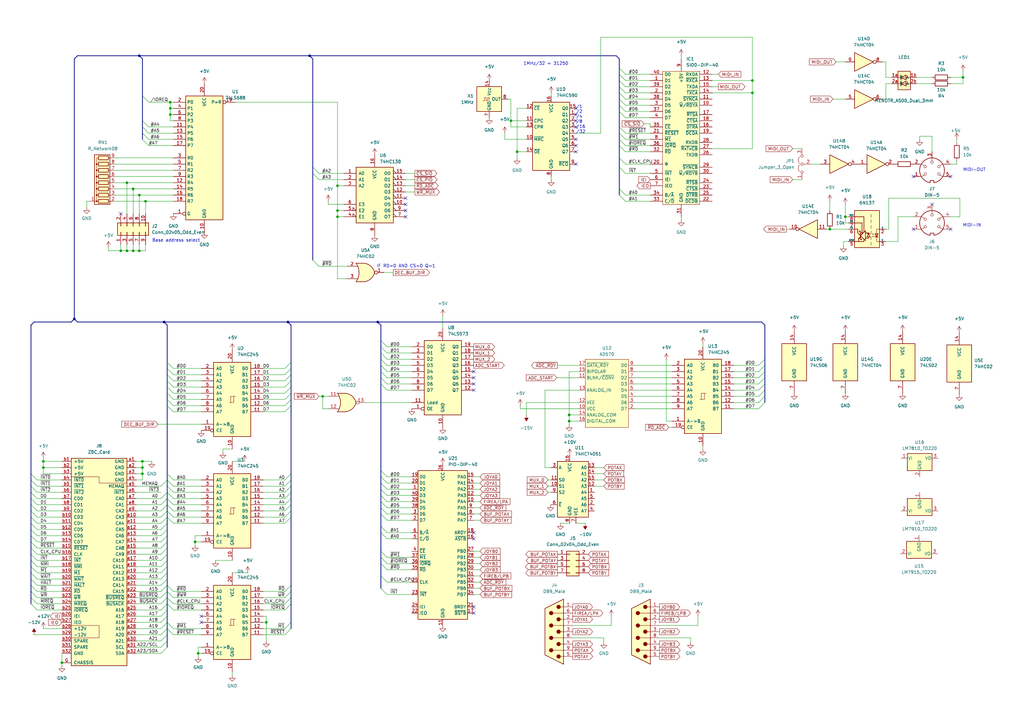
<source format=kicad_sch>
(kicad_sch (version 20230121) (generator eeschema)
  (paper "A3")
  (title_block (title "Z8C Midi Interfacee") (date "2022-10-14"))
  (junction (at 233.426 172.72))
  (junction (at 340.36 93.98))
  (junction (at 54.61 102.87))
  (junction (at 67.31 132.08))
  (junction (at 25.4 271.78))
  (junction (at 138.43 88.9))
  (junction (at 54.61 77.47))
  (junction (at 81.28 267.97))
  (junction (at 52.07 102.87))
  (junction (at 212.09 62.23))
  (junction (at 57.15 22.86))
  (junction (at 57.15 102.87))
  (junction (at 138.43 76.2))
  (junction (at 69.85 44.45))
  (junction (at 308.61 38.1))
  (junction (at 127 22.86))
  (junction (at 58.42 194.31))
  (junction (at 17.78 191.77))
  (junction (at 58.42 191.77))
  (junction (at 52.07 74.93))
  (junction (at 132.334 162.56))
  (junction (at 138.43 86.36))
  (junction (at 118.11 132.08))
  (junction (at 109.22 255.27))
  (junction (at 69.85 41.91))
  (junction (at 308.61 33.02))
  (junction (at 233.426 170.18))
  (junction (at 17.78 189.23))
  (junction (at 30.48 130.81))
  (junction (at 394.97 31.75))
  (junction (at 57.15 80.01))
  (junction (at 346.71 88.9))
  (junction (at 209.55 49.53))
  (junction (at 69.85 46.99))
  (junction (at 59.69 82.55))
  (junction (at 80.01 222.25))
  (junction (at 58.42 189.23))
  (junction (at 49.53 102.87))
  (junction (at 154.94 132.08))
  (no_connect (at 389.89 93.98))
  (no_connect (at 236.22 62.23))
  (no_connect (at 236.22 59.69))
  (no_connect (at 236.22 57.15))
  (no_connect (at 236.22 67.31))
  (no_connect (at 194.31 154.94))
  (no_connect (at 194.31 248.92))
  (no_connect (at 166.37 83.82))
  (no_connect (at 49.53 87.63))
  (no_connect (at 374.65 72.39))
  (no_connect (at 389.89 72.39))
  (no_connect (at 82.55 255.27))
  (no_connect (at 166.37 86.36))
  (no_connect (at 166.37 88.9))
  (no_connect (at 382.27 83.82))
  (no_connect (at 194.31 152.4))
  (no_connect (at 166.37 81.28))
  (no_connect (at 236.22 52.07))
  (no_connect (at 236.22 49.53))
  (no_connect (at 236.22 46.99))
  (no_connect (at 236.22 44.45))
  (no_connect (at 82.55 252.73))
  (no_connect (at 194.31 160.02))
  (no_connect (at 374.65 93.98))
  (no_connect (at 194.31 157.48))
  (no_connect (at 194.31 218.44))
  (no_connect (at 194.31 251.46))
  (no_connect (at 194.31 220.98))
  (bus_entry (at 119.38 240.03) (size -2.54 2.54))
  (bus_entry (at 311.15 167.64) (size 2.54 -2.54))
  (bus_entry (at 256.54 33.02) (size -2.54 -2.54))
  (bus_entry (at 68.58 250.19) (size -2.54 2.54))
  (bus_entry (at 156.21 241.3) (size 2.54 2.54))
  (bus_entry (at 15.24 217.17) (size -2.54 -2.54))
  (bus_entry (at 116.84 156.21) (size 2.54 -2.54))
  (bus_entry (at 119.38 247.65) (size -2.54 2.54))
  (bus_entry (at 156.21 228.6) (size 2.54 2.54))
  (bus_entry (at 256.54 43.18) (size -2.54 -2.54))
  (bus_entry (at 58.42 52.07) (size 2.54 2.54))
  (bus_entry (at 119.38 245.11) (size -2.54 2.54))
  (bus_entry (at 68.58 219.71) (size -2.54 2.54))
  (bus_entry (at 12.7 229.87) (size 2.54 2.54))
  (bus_entry (at 68.58 229.87) (size -2.54 2.54))
  (bus_entry (at 158.75 152.4) (size -2.54 -2.54))
  (bus_entry (at 12.7 240.03) (size 2.54 2.54))
  (bus_entry (at 68.58 209.55) (size -2.54 2.54))
  (bus_entry (at 68.58 245.11) (size -2.54 2.54))
  (bus_entry (at 68.58 242.57) (size 2.54 2.54))
  (bus_entry (at 15.24 219.71) (size -2.54 -2.54))
  (bus_entry (at 15.24 207.01) (size -2.54 -2.54))
  (bus_entry (at 68.58 255.27) (size -2.54 2.54))
  (bus_entry (at 128.27 106.68) (size 2.54 2.54))
  (bus_entry (at 68.58 212.09) (size -2.54 2.54))
  (bus_entry (at 116.84 166.37) (size 2.54 -2.54))
  (bus_entry (at 119.38 212.09) (size -2.54 2.54))
  (bus_entry (at 254 64.77) (size 2.54 2.54))
  (bus_entry (at 58.42 39.37) (size 2.54 2.54))
  (bus_entry (at 256.54 40.64) (size -2.54 -2.54))
  (bus_entry (at 68.58 257.81) (size 2.54 2.54))
  (bus_entry (at 254 77.47) (size 2.54 2.54))
  (bus_entry (at 116.84 151.13) (size 2.54 -2.54))
  (bus_entry (at 68.58 199.39) (size 2.54 2.54))
  (bus_entry (at 71.12 158.75) (size -2.54 -2.54))
  (bus_entry (at 68.58 214.63) (size -2.54 2.54))
  (bus_entry (at 311.15 165.1) (size 2.54 -2.54))
  (bus_entry (at 256.54 38.1) (size -2.54 -2.54))
  (bus_entry (at 119.38 209.55) (size -2.54 2.54))
  (bus_entry (at 68.58 227.33) (size -2.54 2.54))
  (bus_entry (at 68.58 204.47) (size -2.54 2.54))
  (bus_entry (at 15.24 222.25) (size -2.54 -2.54))
  (bus_entry (at 15.24 209.55) (size -2.54 -2.54))
  (bus_entry (at 254 52.07) (size 2.54 2.54))
  (bus_entry (at 158.75 147.32) (size -2.54 -2.54))
  (bus_entry (at 15.24 214.63) (size -2.54 -2.54))
  (bus_entry (at 12.7 247.65) (size 2.54 2.54))
  (bus_entry (at 254 59.69) (size 2.54 2.54))
  (bus_entry (at 119.38 204.47) (size -2.54 2.54))
  (bus_entry (at 256.54 30.48) (size -2.54 -2.54))
  (bus_entry (at 68.58 240.03) (size -2.54 2.54))
  (bus_entry (at 256.54 48.26) (size -2.54 -2.54))
  (bus_entry (at 254 68.58) (size 2.54 2.54))
  (bus_entry (at 156.21 231.14) (size 2.54 2.54))
  (bus_entry (at 68.58 201.93) (size 2.54 2.54))
  (bus_entry (at 158.75 144.78) (size -2.54 -2.54))
  (bus_entry (at 15.24 212.09) (size -2.54 -2.54))
  (bus_entry (at 256.54 35.56) (size -2.54 -2.54))
  (bus_entry (at 158.75 205.74) (size -2.54 -2.54))
  (bus_entry (at 158.75 195.58) (size -2.54 -2.54))
  (bus_entry (at 12.7 199.39) (size 2.54 2.54))
  (bus_entry (at 12.7 194.31) (size 2.54 2.54))
  (bus_entry (at 68.58 260.35) (size -2.54 2.54))
  (bus_entry (at 311.15 157.48) (size 2.54 -2.54))
  (bus_entry (at 311.15 154.94) (size 2.54 -2.54))
  (bus_entry (at 68.58 217.17) (size -2.54 2.54))
  (bus_entry (at 12.7 224.79) (size 2.54 2.54))
  (bus_entry (at 158.75 198.12) (size -2.54 -2.54))
  (bus_entry (at 68.58 252.73) (size -2.54 2.54))
  (bus_entry (at 311.15 160.02) (size 2.54 -2.54))
  (bus_entry (at 116.84 153.67) (size 2.54 -2.54))
  (bus_entry (at 68.58 196.85) (size 2.54 2.54))
  (bus_entry (at 158.75 200.66) (size -2.54 -2.54))
  (bus_entry (at 156.21 236.22) (size 2.54 2.54))
  (bus_entry (at 256.54 45.72) (size -2.54 -2.54))
  (bus_entry (at 119.38 257.81) (size -2.54 2.54))
  (bus_entry (at 158.75 203.2) (size -2.54 -2.54))
  (bus_entry (at 68.58 204.47) (size 2.54 2.54))
  (bus_entry (at 15.24 204.47) (size -2.54 -2.54))
  (bus_entry (at 68.58 207.01) (size 2.54 2.54))
  (bus_entry (at 66.04 199.39) (size 2.54 -2.54))
  (bus_entry (at 71.12 156.21) (size -2.54 -2.54))
  (bus_entry (at 116.84 163.83) (size 2.54 -2.54))
  (bus_entry (at 116.84 161.29) (size 2.54 -2.54))
  (bus_entry (at 12.7 234.95) (size 2.54 2.54))
  (bus_entry (at 71.12 153.67) (size -2.54 -2.54))
  (bus_entry (at 158.75 149.86) (size -2.54 -2.54))
  (bus_entry (at 68.58 247.65) (size 2.54 2.54))
  (bus_entry (at 12.7 232.41) (size 2.54 2.54))
  (bus_entry (at 254 57.15) (size 2.54 2.54))
  (bus_entry (at 119.38 255.27) (size -2.54 2.54))
  (bus_entry (at 58.42 49.53) (size 2.54 2.54))
  (bus_entry (at 12.7 237.49) (size 2.54 2.54))
  (bus_entry (at 68.58 212.09) (size 2.54 2.54))
  (bus_entry (at 12.7 222.25) (size 2.54 2.54))
  (bus_entry (at 128.27 68.58) (size 2.54 2.54))
  (bus_entry (at 71.12 168.91) (size -2.54 -2.54))
  (bus_entry (at 119.38 201.93) (size -2.54 2.54))
  (bus_entry (at 311.15 152.4) (size 2.54 -2.54))
  (bus_entry (at 311.15 149.86) (size 2.54 -2.54))
  (bus_entry (at 119.38 194.31) (size -2.54 2.54))
  (bus_entry (at 71.12 166.37) (size -2.54 -2.54))
  (bus_entry (at 116.84 168.91) (size 2.54 -2.54))
  (bus_entry (at 68.58 265.43) (size -2.54 2.54))
  (bus_entry (at 71.12 163.83) (size -2.54 -2.54))
  (bus_entry (at 71.12 161.29) (size -2.54 -2.54))
  (bus_entry (at 68.58 242.57) (size -2.54 2.54))
  (bus_entry (at 12.7 245.11) (size 2.54 2.54))
  (bus_entry (at 119.38 207.01) (size -2.54 2.54))
  (bus_entry (at 68.58 257.81) (size -2.54 2.54))
  (bus_entry (at 68.58 237.49) (size -2.54 2.54))
  (bus_entry (at 119.38 242.57) (size -2.54 2.54))
  (bus_entry (at 71.12 151.13) (size -2.54 -2.54))
  (bus_entry (at 68.58 207.01) (size -2.54 2.54))
  (bus_entry (at 156.21 226.06) (size 2.54 2.54))
  (bus_entry (at 119.38 196.85) (size -2.54 2.54))
  (bus_entry (at 158.75 160.02) (size -2.54 -2.54))
  (bus_entry (at 68.58 232.41) (size -2.54 2.54))
  (bus_entry (at 158.75 213.36) (size -2.54 -2.54))
  (bus_entry (at 156.21 218.44) (size 2.54 2.54))
  (bus_entry (at 254 80.01) (size 2.54 2.54))
  (bus_entry (at 158.75 157.48) (size -2.54 -2.54))
  (bus_entry (at 68.58 245.11) (size 2.54 2.54))
  (bus_entry (at 158.75 154.94) (size -2.54 -2.54))
  (bus_entry (at 68.58 247.65) (size -2.54 2.54))
  (bus_entry (at 12.7 242.57) (size 2.54 2.54))
  (bus_entry (at 68.58 224.79) (size -2.54 2.54))
  (bus_entry (at 12.7 196.85) (size 2.54 2.54))
  (bus_entry (at 12.7 227.33) (size 2.54 2.54))
  (bus_entry (at 68.58 255.27) (size 2.54 2.54))
  (bus_entry (at 68.58 240.03) (size 2.54 2.54))
  (bus_entry (at 158.75 210.82) (size -2.54 -2.54))
  (bus_entry (at 68.58 194.31) (size 2.54 2.54))
  (bus_entry (at 58.42 54.61) (size 2.54 2.54))
  (bus_entry (at 68.58 222.25) (size -2.54 2.54))
  (bus_entry (at 128.27 71.12) (size 2.54 2.54))
  (bus_entry (at 156.21 215.9) (size 2.54 2.54))
  (bus_entry (at 158.75 208.28) (size -2.54 -2.54))
  (bus_entry (at 68.58 234.95) (size -2.54 2.54))
  (bus_entry (at 68.58 201.93) (size -2.54 2.54))
  (bus_entry (at 158.75 142.24) (size -2.54 -2.54))
  (bus_entry (at 68.58 262.89) (size -2.54 2.54))
  (bus_entry (at 311.15 162.56) (size 2.54 -2.54))
  (bus_entry (at 68.58 209.55) (size 2.54 2.54))
  (bus_entry (at 116.84 158.75) (size 2.54 -2.54))
  (bus_entry (at 58.42 57.15) (size 2.54 2.54))
  (bus_entry (at 254 54.61) (size 2.54 2.54))
  (bus_entry (at 119.38 199.39) (size -2.54 2.54))
  (wire (pts (xy 15.24 229.87) (xy 25.4 229.87)))
  (wire (pts (xy 196.85 213.36) (xy 194.31 213.36)))
  (wire (pts (xy 59.69 82.55) (xy 71.12 82.55)))
  (wire (pts (xy 288.29 184.15) (xy 288.29 182.88)))
  (wire (pts (xy 64.77 173.99) (xy 82.55 173.99)))
  (wire (pts (xy 58.42 189.23) (xy 62.23 189.23)))
  (wire (pts (xy 81.28 267.97) (xy 81.28 269.24)))
  (wire (pts (xy 138.43 88.9) (xy 140.97 88.9)))
  (wire (pts (xy 55.88 199.39) (xy 66.04 199.39)))
  (bus (pts (xy 68.58 209.55) (xy 68.58 207.01)))
  (wire (pts (xy 212.09 44.45) (xy 212.09 62.23)))
  (bus (pts (xy 156.21 236.22) (xy 156.21 241.3)))
  (bus (pts (xy 67.31 132.08) (xy 31.75 132.08)))
  (wire (pts (xy 311.15 160.02) (xy 300.99 160.02)))
  (wire (pts (xy 132.334 162.56) (xy 134.62 162.56)))
  (wire (pts (xy 71.12 44.45) (xy 69.85 44.45)))
  (wire (pts (xy 345.948 99.06) (xy 347.98 99.06)))
  (wire (pts (xy 311.15 162.56) (xy 300.99 162.56)))
  (wire (pts (xy 158.75 154.94) (xy 168.91 154.94)))
  (wire (pts (xy 91.44 184.15) (xy 95.25 184.15)))
  (bus (pts (xy 68.58 232.41) (xy 68.58 229.87)))
  (bus (pts (xy 12.7 196.85) (xy 12.7 199.39)))
  (bus (pts (xy 254 57.15) (xy 254 59.69)))
  (wire (pts (xy 66.04 222.25) (xy 55.88 222.25)))
  (wire (pts (xy 66.04 204.47) (xy 55.88 204.47)))
  (wire (pts (xy 80.01 219.71) (xy 80.01 222.25)))
  (wire (pts (xy 15.24 209.55) (xy 25.4 209.55)))
  (wire (pts (xy 107.95 196.85) (xy 116.84 196.85)))
  (wire (pts (xy 311.15 149.86) (xy 300.99 149.86)))
  (bus (pts (xy 254 52.07) (xy 254 54.61)))
  (wire (pts (xy 66.04 219.71) (xy 55.88 219.71)))
  (wire (pts (xy 311.15 152.4) (xy 300.99 152.4)))
  (wire (pts (xy 116.84 161.29) (xy 107.95 161.29)))
  (wire (pts (xy 66.04 255.27) (xy 55.88 255.27)))
  (bus (pts (xy 68.58 133.35) (xy 68.58 148.59)))
  (bus (pts (xy 154.94 132.08) (xy 156.21 133.35)))
  (wire (pts (xy 311.15 165.1) (xy 300.99 165.1)))
  (wire (pts (xy 393.7 88.9) (xy 393.7 81.28)))
  (bus (pts (xy 68.58 161.29) (xy 68.58 163.83)))
  (bus (pts (xy 313.69 162.56) (xy 313.69 165.1)))
  (wire (pts (xy 233.426 174.244) (xy 233.426 172.72)))
  (wire (pts (xy 158.75 149.86) (xy 168.91 149.86)))
  (wire (pts (xy 209.55 49.53) (xy 209.55 52.07)))
  (wire (pts (xy 52.07 102.87) (xy 52.07 100.33)))
  (wire (pts (xy 66.04 260.35) (xy 55.88 260.35)))
  (bus (pts (xy 254 45.72) (xy 254 52.07)))
  (wire (pts (xy 46.99 80.01) (xy 57.15 80.01)))
  (wire (pts (xy 54.61 77.47) (xy 54.61 87.63)))
  (bus (pts (xy 254 54.61) (xy 254 57.15)))
  (bus (pts (xy 313.69 154.94) (xy 313.69 157.48)))
  (bus (pts (xy 128.27 24.13) (xy 127 22.86)))
  (wire (pts (xy 196.85 231.14) (xy 194.31 231.14)))
  (bus (pts (xy 68.58 245.11) (xy 68.58 247.65)))
  (wire (pts (xy 209.55 52.07) (xy 215.9 52.07)))
  (wire (pts (xy 69.85 46.99) (xy 71.12 46.99)))
  (bus (pts (xy 156.21 149.86) (xy 156.21 147.32)))
  (wire (pts (xy 158.75 160.02) (xy 168.91 160.02)))
  (wire (pts (xy 234.95 261.62) (xy 247.65 261.62)))
  (wire (pts (xy 224.79 196.85) (xy 226.06 196.85)))
  (bus (pts (xy 31.75 132.08) (xy 30.48 130.81)))
  (wire (pts (xy 196.85 233.68) (xy 194.31 233.68)))
  (wire (pts (xy 233.426 170.18) (xy 233.426 172.72)))
  (wire (pts (xy 80.01 222.25) (xy 82.55 222.25)))
  (bus (pts (xy 156.21 208.28) (xy 156.21 205.74)))
  (wire (pts (xy 273.304 172.72) (xy 275.59 172.72)))
  (wire (pts (xy 46.99 74.93) (xy 52.07 74.93)))
  (wire (pts (xy 158.75 238.76) (xy 168.91 238.76)))
  (bus (pts (xy 313.69 160.02) (xy 313.69 162.56)))
  (wire (pts (xy 71.12 247.65) (xy 82.55 247.65)))
  (wire (pts (xy 286.258 256.54) (xy 286.258 252.73)))
  (wire (pts (xy 59.69 102.87) (xy 59.69 100.33)))
  (bus (pts (xy 58.42 54.61) (xy 58.42 57.15)))
  (wire (pts (xy 233.426 152.4) (xy 237.49 152.4)))
  (wire (pts (xy 13.97 260.35) (xy 25.4 260.35)))
  (wire (pts (xy 226.06 73.66) (xy 226.06 72.39)))
  (bus (pts (xy 254 38.1) (xy 254 35.56)))
  (wire (pts (xy 109.22 255.27) (xy 109.22 262.89)))
  (wire (pts (xy 66.04 242.57) (xy 55.88 242.57)))
  (bus (pts (xy 68.58 229.87) (xy 68.58 227.33)))
  (wire (pts (xy 69.85 49.53) (xy 69.85 46.99)))
  (wire (pts (xy 91.44 185.42) (xy 91.44 184.15)))
  (wire (pts (xy 311.15 157.48) (xy 300.99 157.48)))
  (wire (pts (xy 130.81 73.66) (xy 140.97 73.66)))
  (bus (pts (xy 156.21 226.06) (xy 156.21 228.6)))
  (wire (pts (xy 158.75 142.24) (xy 168.91 142.24)))
  (bus (pts (xy 58.42 49.53) (xy 58.42 52.07)))
  (wire (pts (xy 60.96 52.07) (xy 71.12 52.07)))
  (wire (pts (xy 54.61 100.33) (xy 54.61 102.87)))
  (bus (pts (xy 254 64.77) (xy 254 68.58)))
  (bus (pts (xy 254 59.69) (xy 254 64.77)))
  (wire (pts (xy 52.07 74.93) (xy 71.12 74.93)))
  (wire (pts (xy 213.36 167.64) (xy 213.36 166.37)))
  (wire (pts (xy 57.15 100.33) (xy 57.15 102.87)))
  (wire (pts (xy 256.54 48.26) (xy 266.7 48.26)))
  (bus (pts (xy 119.38 247.65) (xy 119.38 255.27)))
  (bus (pts (xy 119.38 207.01) (xy 119.38 209.55)))
  (bus (pts (xy 119.38 151.13) (xy 119.38 153.67)))
  (wire (pts (xy 228.346 154.94) (xy 237.49 154.94)))
  (wire (pts (xy 71.12 158.75) (xy 82.55 158.75)))
  (wire (pts (xy 215.9 165.1) (xy 237.49 165.1)))
  (wire (pts (xy 17.78 194.31) (xy 25.4 194.31)))
  (wire (pts (xy 44.45 102.87) (xy 49.53 102.87)))
  (wire (pts (xy 15.24 222.25) (xy 25.4 222.25)))
  (wire (pts (xy 15.24 219.71) (xy 25.4 219.71)))
  (wire (pts (xy 88.392 229.87) (xy 95.25 229.87)))
  (bus (pts (xy 68.58 156.21) (xy 68.58 158.75)))
  (bus (pts (xy 12.7 133.35) (xy 13.97 132.08)))
  (wire (pts (xy 170.18 76.2) (xy 166.37 76.2)))
  (wire (pts (xy 223.52 160.02) (xy 237.49 160.02)))
  (wire (pts (xy 15.24 204.47) (xy 25.4 204.47)))
  (wire (pts (xy 346.71 88.9) (xy 346.71 91.44)))
  (wire (pts (xy 250.698 256.54) (xy 250.698 252.73)))
  (wire (pts (xy 215.9 170.18) (xy 215.9 165.1)))
  (wire (pts (xy 107.95 201.93) (xy 116.84 201.93)))
  (bus (pts (xy 119.38 166.37) (xy 119.38 194.31)))
  (bus (pts (xy 156.21 144.78) (xy 156.21 147.32)))
  (wire (pts (xy 363.347 31.75) (xy 365.76 31.75)))
  (bus (pts (xy 119.38 240.03) (xy 119.38 242.57)))
  (wire (pts (xy 158.75 228.6) (xy 168.91 228.6)))
  (bus (pts (xy 12.7 219.71) (xy 12.7 217.17)))
  (wire (pts (xy 158.75 195.58) (xy 168.91 195.58)))
  (wire (pts (xy 233.426 172.72) (xy 237.49 172.72)))
  (wire (pts (xy 17.78 257.81) (xy 25.4 257.81)))
  (bus (pts (xy 156.21 157.48) (xy 156.21 193.04)))
  (wire (pts (xy 256.54 59.69) (xy 266.7 59.69)))
  (wire (pts (xy 229.87 214.63) (xy 233.68 214.63)))
  (wire (pts (xy 308.61 60.96) (xy 292.1 60.96)))
  (wire (pts (xy 275.59 167.64) (xy 260.35 167.64)))
  (wire (pts (xy 240.03 214.63) (xy 236.22 214.63)))
  (bus (pts (xy 12.7 209.55) (xy 12.7 207.01)))
  (bus (pts (xy 156.21 193.04) (xy 156.21 195.58)))
  (wire (pts (xy 339.09 93.98) (xy 340.36 93.98)))
  (wire (pts (xy 71.12 153.67) (xy 82.55 153.67)))
  (bus (pts (xy 254 45.72) (xy 254 43.18)))
  (wire (pts (xy 322.453 93.98) (xy 323.85 93.98)))
  (wire (pts (xy 256.54 45.72) (xy 266.7 45.72)))
  (bus (pts (xy 313.69 147.32) (xy 313.69 149.86)))
  (bus (pts (xy 119.38 161.29) (xy 119.38 163.83)))
  (wire (pts (xy 66.04 209.55) (xy 55.88 209.55)))
  (wire (pts (xy 207.01 57.15) (xy 207.01 54.61)))
  (wire (pts (xy 389.89 88.9) (xy 393.7 88.9)))
  (wire (pts (xy 15.24 212.09) (xy 25.4 212.09)))
  (wire (pts (xy 15.24 240.03) (xy 25.4 240.03)))
  (wire (pts (xy 17.78 191.77) (xy 17.78 194.31)))
  (wire (pts (xy 363.347 34.29) (xy 365.76 34.29)))
  (wire (pts (xy 46.99 82.55) (xy 59.69 82.55)))
  (bus (pts (xy 154.94 132.08) (xy 312.42 132.08)))
  (wire (pts (xy 138.43 114.3) (xy 142.24 114.3)))
  (wire (pts (xy 275.59 149.86) (xy 260.35 149.86)))
  (wire (pts (xy 256.54 43.18) (xy 266.7 43.18)))
  (wire (pts (xy 15.24 232.41) (xy 25.4 232.41)))
  (bus (pts (xy 156.21 133.35) (xy 156.21 139.7)))
  (wire (pts (xy 196.85 241.3) (xy 194.31 241.3)))
  (wire (pts (xy 256.54 80.01) (xy 266.7 80.01)))
  (bus (pts (xy 68.58 250.19) (xy 68.58 247.65)))
  (wire (pts (xy 158.75 213.36) (xy 168.91 213.36)))
  (wire (pts (xy 236.22 54.61) (xy 246.38 54.61)))
  (bus (pts (xy 128.27 24.13) (xy 128.27 68.58)))
  (wire (pts (xy 55.88 194.31) (xy 58.42 194.31)))
  (bus (pts (xy 12.7 242.57) (xy 12.7 245.11)))
  (wire (pts (xy 71.12 209.55) (xy 82.55 209.55)))
  (bus (pts (xy 156.21 157.48) (xy 156.21 154.94)))
  (wire (pts (xy 52.07 74.93) (xy 52.07 87.63)))
  (bus (pts (xy 68.58 242.57) (xy 68.58 245.11)))
  (bus (pts (xy 156.21 210.82) (xy 156.21 215.9)))
  (wire (pts (xy 226.06 207.01) (xy 225.806 207.01)))
  (bus (pts (xy 68.58 153.67) (xy 68.58 156.21)))
  (wire (pts (xy 116.84 204.47) (xy 107.95 204.47)))
  (bus (pts (xy 254 43.18) (xy 254 40.64)))
  (bus (pts (xy 12.7 199.39) (xy 12.7 201.93)))
  (wire (pts (xy 166.37 71.12) (xy 170.18 71.12)))
  (bus (pts (xy 254 24.13) (xy 252.73 22.86)))
  (bus (pts (xy 68.58 204.47) (xy 68.58 201.93)))
  (wire (pts (xy 46.99 69.85) (xy 71.12 69.85)))
  (bus (pts (xy 12.7 237.49) (xy 12.7 240.03)))
  (bus (pts (xy 119.38 204.47) (xy 119.38 207.01)))
  (bus (pts (xy 29.21 132.08) (xy 30.48 130.81)))
  (wire (pts (xy 382.27 55.88) (xy 382.27 62.23)))
  (bus (pts (xy 119.38 209.55) (xy 119.38 212.09)))
  (wire (pts (xy 71.12 199.39) (xy 82.55 199.39)))
  (wire (pts (xy 392.43 67.31) (xy 392.43 66.04)))
  (wire (pts (xy 66.04 224.79) (xy 55.88 224.79)))
  (bus (pts (xy 127 22.86) (xy 252.73 22.86)))
  (wire (pts (xy 58.42 194.31) (xy 58.42 191.77)))
  (bus (pts (xy 68.58 199.39) (xy 68.58 201.93)))
  (wire (pts (xy 140.97 83.82) (xy 134.62 83.82)))
  (wire (pts (xy 109.22 252.73) (xy 109.22 255.27)))
  (bus (pts (xy 119.38 158.75) (xy 119.38 161.29)))
  (bus (pts (xy 12.7 224.79) (xy 12.7 227.33)))
  (wire (pts (xy 389.89 31.75) (xy 394.97 31.75)))
  (wire (pts (xy 60.96 54.61) (xy 71.12 54.61)))
  (wire (pts (xy 275.59 165.1) (xy 260.35 165.1)))
  (bus (pts (xy 119.38 199.39) (xy 119.38 201.93)))
  (wire (pts (xy 25.4 271.78) (xy 25.4 267.97)))
  (bus (pts (xy 313.69 149.86) (xy 313.69 152.4)))
  (wire (pts (xy 71.12 161.29) (xy 82.55 161.29)))
  (wire (pts (xy 325.12 73.66) (xy 328.93 73.66)))
  (wire (pts (xy 15.24 196.85) (xy 25.4 196.85)))
  (wire (pts (xy 288.29 140.97) (xy 288.29 142.24)))
  (bus (pts (xy 254 68.58) (xy 254 77.47)))
  (wire (pts (xy 60.96 57.15) (xy 71.12 57.15)))
  (bus (pts (xy 313.69 133.35) (xy 313.69 147.32)))
  (wire (pts (xy 138.43 86.36) (xy 140.97 86.36)))
  (wire (pts (xy 107.95 255.27) (xy 109.22 255.27)))
  (wire (pts (xy 196.85 236.22) (xy 194.31 236.22)))
  (wire (pts (xy 166.37 73.66) (xy 170.18 73.66)))
  (bus (pts (xy 119.38 156.21) (xy 119.38 158.75)))
  (wire (pts (xy 69.85 41.91) (xy 71.12 41.91)))
  (wire (pts (xy 54.61 102.87) (xy 57.15 102.87)))
  (bus (pts (xy 68.58 257.81) (xy 68.58 255.27)))
  (wire (pts (xy 82.55 219.71) (xy 80.01 219.71)))
  (wire (pts (xy 375.92 34.29) (xy 382.27 34.29)))
  (wire (pts (xy 247.65 191.77) (xy 243.84 191.77)))
  (wire (pts (xy 166.37 78.74) (xy 170.18 78.74)))
  (wire (pts (xy 158.75 233.68) (xy 168.91 233.68)))
  (wire (pts (xy 15.24 250.19) (xy 25.4 250.19)))
  (bus (pts (xy 119.38 133.35) (xy 119.38 148.59)))
  (wire (pts (xy 71.12 196.85) (xy 82.55 196.85)))
  (wire (pts (xy 46.99 67.31) (xy 71.12 67.31)))
  (wire (pts (xy 275.59 157.48) (xy 260.35 157.48)))
  (bus (pts (xy 119.38 245.11) (xy 119.38 247.65)))
  (wire (pts (xy 71.12 257.81) (xy 82.55 257.81)))
  (bus (pts (xy 254 24.13) (xy 254 27.94)))
  (wire (pts (xy 209.55 40.64) (xy 209.55 49.53)))
  (wire (pts (xy 15.24 247.65) (xy 25.4 247.65)))
  (bus (pts (xy 12.7 229.87) (xy 12.7 232.41)))
  (wire (pts (xy 15.24 245.11) (xy 25.4 245.11)))
  (wire (pts (xy 158.75 205.74) (xy 168.91 205.74)))
  (bus (pts (xy 156.21 210.82) (xy 156.21 208.28)))
  (bus (pts (xy 67.31 132.08) (xy 118.11 132.08)))
  (wire (pts (xy 15.24 242.57) (xy 25.4 242.57)))
  (wire (pts (xy 82.55 267.97) (xy 81.28 267.97)))
  (wire (pts (xy 392.43 58.42) (xy 392.43 57.15)))
  (wire (pts (xy 196.85 228.6) (xy 194.31 228.6)))
  (wire (pts (xy 49.53 100.33) (xy 49.53 102.87)))
  (wire (pts (xy 308.61 33.02) (xy 292.1 33.02)))
  (bus (pts (xy 119.38 242.57) (xy 119.38 245.11)))
  (wire (pts (xy 71.12 204.47) (xy 82.55 204.47)))
  (wire (pts (xy 71.12 250.19) (xy 82.55 250.19)))
  (wire (pts (xy 158.75 208.28) (xy 168.91 208.28)))
  (wire (pts (xy 66.04 250.19) (xy 55.88 250.19)))
  (wire (pts (xy 279.4 22.86) (xy 279.4 24.13)))
  (wire (pts (xy 158.75 152.4) (xy 168.91 152.4)))
  (bus (pts (xy 68.58 212.09) (xy 68.58 209.55)))
  (wire (pts (xy 215.9 44.45) (xy 212.09 44.45)))
  (wire (pts (xy 107.95 247.65) (xy 116.84 247.65)))
  (wire (pts (xy 224.79 199.39) (xy 226.06 199.39)))
  (wire (pts (xy 311.15 154.94) (xy 300.99 154.94)))
  (wire (pts (xy 196.85 203.2) (xy 194.31 203.2)))
  (wire (pts (xy 158.75 243.84) (xy 168.91 243.84)))
  (bus (pts (xy 156.21 228.6) (xy 156.21 231.14)))
  (wire (pts (xy 116.84 214.63) (xy 107.95 214.63)))
  (wire (pts (xy 275.59 160.02) (xy 260.35 160.02)))
  (bus (pts (xy 68.58 250.19) (xy 68.58 252.73)))
  (bus (pts (xy 68.58 237.49) (xy 68.58 234.95)))
  (wire (pts (xy 66.04 214.63) (xy 55.88 214.63)))
  (wire (pts (xy 116.84 163.83) (xy 107.95 163.83)))
  (bus (pts (xy 68.58 217.17) (xy 68.58 214.63)))
  (wire (pts (xy 66.04 234.95) (xy 55.88 234.95)))
  (wire (pts (xy 95.25 276.86) (xy 95.25 275.59)))
  (wire (pts (xy 389.89 67.31) (xy 392.43 67.31)))
  (bus (pts (xy 156.21 139.7) (xy 156.21 142.24)))
  (wire (pts (xy 138.43 86.36) (xy 138.43 88.9)))
  (wire (pts (xy 66.04 240.03) (xy 55.88 240.03)))
  (wire (pts (xy 208.28 40.64) (xy 209.55 40.64)))
  (bus (pts (xy 68.58 262.89) (xy 68.58 260.35)))
  (bus (pts (xy 13.97 132.08) (xy 29.21 132.08)))
  (wire (pts (xy 66.04 207.01) (xy 55.88 207.01)))
  (bus (pts (xy 12.7 219.71) (xy 12.7 222.25)))
  (wire (pts (xy 59.69 82.55) (xy 59.69 87.63)))
  (wire (pts (xy 149.86 165.1) (xy 168.91 165.1)))
  (wire (pts (xy 46.99 72.39) (xy 71.12 72.39)))
  (wire (pts (xy 58.42 191.77) (xy 58.42 189.23)))
  (bus (pts (xy 313.69 152.4) (xy 313.69 154.94)))
  (wire (pts (xy 196.85 195.58) (xy 194.31 195.58)))
  (wire (pts (xy 35.56 82.55) (xy 36.83 82.55)))
  (bus (pts (xy 68.58 194.31) (xy 68.58 196.85)))
  (wire (pts (xy 246.38 15.24) (xy 246.38 54.61)))
  (wire (pts (xy 107.95 212.09) (xy 116.84 212.09)))
  (wire (pts (xy 66.04 232.41) (xy 55.88 232.41)))
  (wire (pts (xy 368.3 88.9) (xy 374.65 88.9)))
  (wire (pts (xy 158.75 210.82) (xy 168.91 210.82)))
  (wire (pts (xy 71.12 201.93) (xy 82.55 201.93)))
  (wire (pts (xy 347.98 91.44) (xy 346.71 91.44)))
  (wire (pts (xy 273.304 147.574) (xy 273.304 172.72)))
  (wire (pts (xy 364.49 81.28) (xy 364.49 93.98)))
  (wire (pts (xy 209.55 49.53) (xy 215.9 49.53)))
  (bus (pts (xy 68.58 240.03) (xy 68.58 242.57)))
  (wire (pts (xy 66.04 265.43) (xy 55.88 265.43)))
  (wire (pts (xy 256.54 38.1) (xy 266.7 38.1)))
  (wire (pts (xy 15.24 214.63) (xy 25.4 214.63)))
  (bus (pts (xy 119.38 255.27) (xy 119.38 257.81)))
  (wire (pts (xy 275.59 154.94) (xy 260.35 154.94)))
  (wire (pts (xy 264.16 50.8) (xy 266.7 50.8)))
  (wire (pts (xy 71.12 207.01) (xy 82.55 207.01)))
  (wire (pts (xy 132.334 167.64) (xy 132.334 162.56)))
  (wire (pts (xy 15.24 227.33) (xy 25.4 227.33)))
  (wire (pts (xy 71.12 166.37) (xy 82.55 166.37)))
  (wire (pts (xy 81.28 267.97) (xy 81.28 265.43)))
  (wire (pts (xy 311.15 167.64) (xy 300.99 167.64)))
  (wire (pts (xy 196.85 208.28) (xy 194.31 208.28)))
  (wire (pts (xy 377.19 57.15) (xy 377.19 55.88)))
  (bus (pts (xy 254 30.48) (xy 254 33.02)))
  (wire (pts (xy 196.85 238.76) (xy 194.31 238.76)))
  (bus (pts (xy 156.21 205.74) (xy 156.21 203.2)))
  (wire (pts (xy 308.61 33.02) (xy 308.61 38.1)))
  (wire (pts (xy 394.97 31.75) (xy 394.97 29.21)))
  (wire (pts (xy 256.54 82.55) (xy 266.7 82.55)))
  (wire (pts (xy 107.95 209.55) (xy 116.84 209.55)))
  (bus (pts (xy 12.7 245.11) (xy 12.7 247.65)))
  (wire (pts (xy 247.65 199.39) (xy 243.84 199.39)))
  (wire (pts (xy 81.28 265.43) (xy 82.55 265.43)))
  (wire (pts (xy 116.84 245.11) (xy 107.95 245.11)))
  (wire (pts (xy 341.63 40.64) (xy 346.71 40.64)))
  (bus (pts (xy 119.38 194.31) (xy 119.38 196.85)))
  (wire (pts (xy 158.75 200.66) (xy 168.91 200.66)))
  (wire (pts (xy 107.95 158.75) (xy 116.84 158.75)))
  (wire (pts (xy 71.12 49.53) (xy 69.85 49.53)))
  (wire (pts (xy 275.59 175.26) (xy 274.32 175.26)))
  (wire (pts (xy 363.347 25.4) (xy 363.347 31.75)))
  (wire (pts (xy 66.04 212.09) (xy 55.88 212.09)))
  (wire (pts (xy 215.9 57.15) (xy 207.01 57.15)))
  (bus (pts (xy 12.7 214.63) (xy 12.7 212.09)))
  (wire (pts (xy 181.61 129.54) (xy 181.61 134.62)))
  (wire (pts (xy 116.84 151.13) (xy 107.95 151.13)))
  (wire (pts (xy 157.48 111.76) (xy 161.29 111.76)))
  (bus (pts (xy 12.7 207.01) (xy 12.7 204.47)))
  (wire (pts (xy 15.24 217.17) (xy 25.4 217.17)))
  (wire (pts (xy 196.85 205.74) (xy 194.31 205.74)))
  (wire (pts (xy 275.59 162.56) (xy 260.35 162.56)))
  (wire (pts (xy 17.78 191.77) (xy 17.78 189.23)))
  (wire (pts (xy 71.12 212.09) (xy 82.55 212.09)))
  (wire (pts (xy 101.6 234.95) (xy 95.25 234.95)))
  (wire (pts (xy 66.04 245.11) (xy 55.88 245.11)))
  (wire (pts (xy 130.81 109.22) (xy 142.24 109.22)))
  (wire (pts (xy 158.75 220.98) (xy 168.91 220.98)))
  (wire (pts (xy 196.85 200.66) (xy 194.31 200.66)))
  (bus (pts (xy 57.15 22.86) (xy 127 22.86)))
  (bus (pts (xy 12.7 204.47) (xy 12.7 201.93)))
  (wire (pts (xy 35.56 82.55) (xy 35.56 85.09)))
  (bus (pts (xy 68.58 260.35) (xy 68.58 257.81)))
  (wire (pts (xy 256.54 71.12) (xy 266.7 71.12)))
  (wire (pts (xy 138.43 88.9) (xy 138.43 114.3)))
  (bus (pts (xy 58.42 24.13) (xy 57.15 22.86)))
  (wire (pts (xy 80.01 223.52) (xy 80.01 222.25)))
  (wire (pts (xy 66.04 257.81) (xy 55.88 257.81)))
  (wire (pts (xy 283.21 261.62) (xy 283.21 263.398)))
  (bus (pts (xy 118.11 132.08) (xy 154.94 132.08)))
  (wire (pts (xy 158.75 198.12) (xy 168.91 198.12)))
  (wire (pts (xy 60.96 41.91) (xy 69.85 41.91)))
  (wire (pts (xy 55.88 196.85) (xy 58.42 196.85)))
  (bus (pts (xy 156.21 231.14) (xy 156.21 236.22)))
  (bus (pts (xy 68.58 163.83) (xy 68.58 166.37)))
  (bus (pts (xy 12.7 240.03) (xy 12.7 242.57)))
  (bus (pts (xy 68.58 227.33) (xy 68.58 224.79)))
  (wire (pts (xy 256.54 67.31) (xy 266.7 67.31)))
  (bus (pts (xy 68.58 219.71) (xy 68.58 217.17)))
  (wire (pts (xy 158.75 157.48) (xy 168.91 157.48)))
  (wire (pts (xy 224.79 201.93) (xy 226.06 201.93)))
  (wire (pts (xy 15.24 234.95) (xy 25.4 234.95)))
  (wire (pts (xy 116.84 260.35) (xy 107.95 260.35)))
  (wire (pts (xy 15.24 201.93) (xy 25.4 201.93)))
  (wire (pts (xy 275.59 152.4) (xy 260.35 152.4)))
  (wire (pts (xy 52.07 102.87) (xy 54.61 102.87)))
  (wire (pts (xy 375.92 31.75) (xy 382.27 31.75)))
  (wire (pts (xy 294.64 35.56) (xy 292.1 35.56)))
  (bus (pts (xy 68.58 214.63) (xy 68.58 212.09)))
  (wire (pts (xy 44.45 101.6) (xy 44.45 102.87)))
  (wire (pts (xy 389.89 34.29) (xy 394.97 34.29)))
  (wire (pts (xy 332.74 67.31) (xy 336.55 67.31)))
  (wire (pts (xy 17.78 187.96) (xy 17.78 189.23)))
  (bus (pts (xy 254 40.64) (xy 254 38.1)))
  (wire (pts (xy 196.85 210.82) (xy 194.31 210.82)))
  (bus (pts (xy 254 27.94) (xy 254 30.48)))
  (wire (pts (xy 49.53 102.87) (xy 52.07 102.87)))
  (wire (pts (xy 247.65 194.31) (xy 243.84 194.31)))
  (wire (pts (xy 377.19 55.88) (xy 382.27 55.88)))
  (wire (pts (xy 15.24 199.39) (xy 25.4 199.39)))
  (wire (pts (xy 256.54 57.15) (xy 266.7 57.15)))
  (wire (pts (xy 71.12 163.83) (xy 82.55 163.83)))
  (bus (pts (xy 68.58 207.01) (xy 68.58 204.47)))
  (wire (pts (xy 66.04 267.97) (xy 55.88 267.97)))
  (wire (pts (xy 15.24 207.01) (xy 25.4 207.01)))
  (bus (pts (xy 12.7 194.31) (xy 12.7 196.85)))
  (wire (pts (xy 346.71 88.9) (xy 347.98 88.9)))
  (wire (pts (xy 246.38 15.24) (xy 308.61 15.24)))
  (wire (pts (xy 60.96 59.69) (xy 71.12 59.69)))
  (wire (pts (xy 66.04 247.65) (xy 55.88 247.65)))
  (wire (pts (xy 270.51 256.54) (xy 286.258 256.54)))
  (wire (pts (xy 71.12 151.13) (xy 82.55 151.13)))
  (wire (pts (xy 196.85 226.06) (xy 194.31 226.06)))
  (wire (pts (xy 361.95 40.64) (xy 363.347 40.64)))
  (wire (pts (xy 71.12 214.63) (xy 82.55 214.63)))
  (wire (pts (xy 25.4 191.77) (xy 17.78 191.77)))
  (wire (pts (xy 57.15 102.87) (xy 59.69 102.87)))
  (bus (pts (xy 119.38 212.09) (xy 119.38 240.03)))
  (wire (pts (xy 345.948 100.838) (xy 345.948 99.06)))
  (bus (pts (xy 312.42 132.08) (xy 313.69 133.35)))
  (wire (pts (xy 247.65 196.85) (xy 243.84 196.85)))
  (wire (pts (xy 69.85 44.45) (xy 69.85 46.99)))
  (wire (pts (xy 107.95 252.73) (xy 109.22 252.73)))
  (bus (pts (xy 68.58 224.79) (xy 68.58 222.25)))
  (bus (pts (xy 68.58 151.13) (xy 68.58 153.67)))
  (wire (pts (xy 256.54 33.02) (xy 266.7 33.02)))
  (wire (pts (xy 95.25 189.23) (xy 100.33 189.23)))
  (wire (pts (xy 158.75 203.2) (xy 168.91 203.2)))
  (wire (pts (xy 196.85 243.84) (xy 194.31 243.84)))
  (wire (pts (xy 158.75 231.14) (xy 168.91 231.14)))
  (bus (pts (xy 68.58 252.73) (xy 68.58 255.27)))
  (bus (pts (xy 12.7 234.95) (xy 12.7 237.49)))
  (bus (pts (xy 68.58 196.85) (xy 68.58 199.39)))
  (wire (pts (xy 346.71 83.82) (xy 346.71 88.9)))
  (bus (pts (xy 68.58 262.89) (xy 68.58 265.43)))
  (bus (pts (xy 12.7 232.41) (xy 12.7 234.95)))
  (wire (pts (xy 361.95 25.4) (xy 363.347 25.4)))
  (wire (pts (xy 107.95 166.37) (xy 116.84 166.37)))
  (bus (pts (xy 128.27 71.12) (xy 128.27 106.68)))
  (wire (pts (xy 66.04 229.87) (xy 55.88 229.87)))
  (wire (pts (xy 256.54 35.56) (xy 266.7 35.56)))
  (wire (pts (xy 212.09 62.23) (xy 215.9 62.23)))
  (bus (pts (xy 156.21 203.2) (xy 156.21 200.66)))
  (wire (pts (xy 364.49 93.98) (xy 363.22 93.98)))
  (wire (pts (xy 256.54 62.23) (xy 266.7 62.23)))
  (bus (pts (xy 58.42 39.37) (xy 58.42 49.53)))
  (wire (pts (xy 325.12 60.96) (xy 328.93 60.96)))
  (wire (pts (xy 107.95 242.57) (xy 116.84 242.57)))
  (bus (pts (xy 12.7 222.25) (xy 12.7 224.79)))
  (wire (pts (xy 130.81 71.12) (xy 140.97 71.12)))
  (bus (pts (xy 156.21 152.4) (xy 156.21 149.86)))
  (bus (pts (xy 12.7 227.33) (xy 12.7 229.87)))
  (wire (pts (xy 66.04 262.89) (xy 55.88 262.89)))
  (wire (pts (xy 270.51 261.62) (xy 283.21 261.62)))
  (bus (pts (xy 119.38 148.59) (xy 119.38 151.13)))
  (wire (pts (xy 138.43 41.91) (xy 138.43 76.2)))
  (bus (pts (xy 156.21 218.44) (xy 156.21 226.06)))
  (wire (pts (xy 71.12 242.57) (xy 82.55 242.57)))
  (wire (pts (xy 308.61 38.1) (xy 292.1 38.1)))
  (bus (pts (xy 12.7 217.17) (xy 12.7 214.63)))
  (wire (pts (xy 233.426 152.4) (xy 233.426 170.18)))
  (wire (pts (xy 58.42 196.85) (xy 58.42 194.31)))
  (wire (pts (xy 17.78 189.23) (xy 25.4 189.23)))
  (bus (pts (xy 156.21 195.58) (xy 156.21 198.12)))
  (wire (pts (xy 66.04 227.33) (xy 55.88 227.33)))
  (bus (pts (xy 119.38 163.83) (xy 119.38 166.37)))
  (bus (pts (xy 12.7 212.09) (xy 12.7 209.55)))
  (wire (pts (xy 342.9 25.4) (xy 346.71 25.4)))
  (bus (pts (xy 30.48 24.13) (xy 30.48 130.81)))
  (wire (pts (xy 226.06 38.1) (xy 226.06 39.37)))
  (bus (pts (xy 156.21 215.9) (xy 156.21 218.44)))
  (bus (pts (xy 68.58 240.03) (xy 68.58 237.49)))
  (wire (pts (xy 66.04 217.17) (xy 55.88 217.17)))
  (wire (pts (xy 116.84 153.67) (xy 107.95 153.67)))
  (wire (pts (xy 96.52 41.91) (xy 138.43 41.91)))
  (wire (pts (xy 15.24 224.79) (xy 25.4 224.79)))
  (bus (pts (xy 254 33.02) (xy 254 35.56)))
  (wire (pts (xy 223.52 160.02) (xy 223.52 191.77)))
  (wire (pts (xy 46.99 77.47) (xy 54.61 77.47)))
  (wire (pts (xy 55.88 191.77) (xy 58.42 191.77)))
  (wire (pts (xy 71.12 156.21) (xy 82.55 156.21)))
  (bus (pts (xy 68.58 166.37) (xy 68.58 194.31)))
  (wire (pts (xy 279.4 90.17) (xy 279.4 88.9)))
  (wire (pts (xy 140.97 76.2) (xy 138.43 76.2)))
  (wire (pts (xy 15.24 237.49) (xy 25.4 237.49)))
  (bus (pts (xy 12.7 194.31) (xy 12.7 133.35)))
  (bus (pts (xy 119.38 153.67) (xy 119.38 156.21)))
  (wire (pts (xy 363.22 99.06) (xy 368.3 99.06)))
  (bus (pts (xy 156.21 154.94) (xy 156.21 152.4)))
  (wire (pts (xy 25.4 273.05) (xy 25.4 271.78)))
  (bus (pts (xy 156.21 198.12) (xy 156.21 200.66)))
  (wire (pts (xy 363.347 40.64) (xy 363.347 34.29)))
  (wire (pts (xy 196.85 198.12) (xy 194.31 198.12)))
  (wire (pts (xy 308.61 38.1) (xy 308.61 60.96)))
  (wire (pts (xy 266.7 50.8) (xy 266.7 52.07)))
  (wire (pts (xy 107.95 156.21) (xy 116.84 156.21)))
  (wire (pts (xy 256.54 30.48) (xy 266.7 30.48)))
  (wire (pts (xy 116.84 207.01) (xy 107.95 207.01)))
  (bus (pts (xy 30.48 24.13) (xy 31.75 22.86)))
  (wire (pts (xy 292.1 30.48) (xy 294.64 30.48)))
  (bus (pts (xy 68.58 234.95) (xy 68.58 232.41)))
  (wire (pts (xy 256.54 40.64) (xy 266.7 40.64)))
  (wire (pts (xy 158.75 144.78) (xy 168.91 144.78)))
  (wire (pts (xy 66.04 237.49) (xy 55.88 237.49)))
  (wire (pts (xy 134.62 83.82) (xy 134.62 82.55)))
  (wire (pts (xy 234.95 256.54) (xy 250.698 256.54)))
  (wire (pts (xy 107.95 199.39) (xy 116.84 199.39)))
  (bus (pts (xy 128.27 71.12) (xy 128.27 68.58)))
  (bus (pts (xy 119.38 133.35) (xy 118.11 132.08)))
  (wire (pts (xy 55.88 201.93) (xy 66.04 201.93)))
  (wire (pts (xy 158.75 218.44) (xy 168.91 218.44)))
  (wire (pts (xy 138.43 76.2) (xy 138.43 86.36)))
  (wire (pts (xy 340.36 93.98) (xy 347.98 93.98)))
  (bus (pts (xy 119.38 196.85) (xy 119.38 199.39)))
  (bus (pts (xy 156.21 142.24) (xy 156.21 144.78)))
  (bus (pts (xy 68.58 148.59) (xy 68.58 151.13)))
  (wire (pts (xy 237.49 149.86) (xy 228.6 149.86)))
  (bus (pts (xy 68.58 222.25) (xy 68.58 219.71)))
  (bus (pts (xy 68.58 158.75) (xy 68.58 161.29)))
  (wire (pts (xy 134.62 167.64) (xy 132.334 167.64)))
  (bus (pts (xy 58.42 52.07) (xy 58.42 54.61)))
  (wire (pts (xy 212.09 62.23) (xy 212.09 64.77)))
  (bus (pts (xy 313.69 157.48) (xy 313.69 160.02)))
  (wire (pts (xy 57.15 80.01) (xy 71.12 80.01)))
  (wire (pts (xy 340.36 82.55) (xy 340.36 86.36)))
  (wire (pts (xy 158.75 147.32) (xy 168.91 147.32)))
  (wire (pts (xy 393.7 81.28) (xy 364.49 81.28)))
  (wire (pts (xy 71.12 168.91) (xy 82.55 168.91)))
  (wire (pts (xy 256.54 54.61) (xy 266.7 54.61)))
  (wire (pts (xy 130.81 162.56) (xy 132.334 162.56)))
  (wire (pts (xy 46.99 64.77) (xy 71.12 64.77)))
  (wire (pts (xy 308.61 15.24) (xy 308.61 33.02)))
  (wire (pts (xy 55.88 189.23) (xy 58.42 189.23)))
  (wire (pts (xy 107.95 168.91) (xy 116.84 168.91)))
  (wire (pts (xy 394.97 31.75) (xy 394.97 34.29)))
  (wire (pts (xy 213.36 167.64) (xy 237.49 167.64)))
  (wire (pts (xy 71.12 260.35) (xy 82.55 260.35)))
  (wire (pts (xy 69.85 41.91) (xy 69.85 44.45)))
  (bus (pts (xy 31.75 22.86) (xy 57.15 22.86)))
  (wire (pts (xy 66.04 252.73) (xy 55.88 252.73)))
  (wire (pts (xy 71.12 245.11) (xy 82.55 245.11)))
  (wire (pts (xy 57.15 80.01) (xy 57.15 87.63)))
  (wire (pts (xy 368.3 99.06) (xy 368.3 88.9)))
  (wire (pts (xy 54.61 77.47) (xy 71.12 77.47)))
  (wire (pts (xy 226.06 191.77) (xy 223.52 191.77)))
  (wire (pts (xy 116.84 257.81) (xy 107.95 257.81)))
  (wire (pts (xy 233.426 170.18) (xy 237.49 170.18)))
  (bus (pts (xy 58.42 24.13) (xy 58.42 39.37)))
  (wire (pts (xy 247.65 261.62) (xy 247.65 263.398)))
  (bus (pts (xy 68.58 133.35) (xy 67.31 132.08)))
  (wire (pts (xy 107.95 250.19) (xy 116.84 250.19)))
  (bus (pts (xy 254 77.47) (xy 254 80.01)))
  (bus (pts (xy 119.38 201.93) (xy 119.38 204.47)))
  (text "MIDI-OUT" (at 394.97 70.485 0) (effects (font (size 1.27 1.27)) (justify left bottom)))
  (text "/1\n/2\n/4\n/8\n/16\n/32" (at 236.22 54.864 0) (effects (font (size 1.27 1.27)) (justify left bottom)))
  (text "MIDI-IN" (at 394.843 93.218 0) (effects (font (size 1.27 1.27)) (justify left bottom)))
  (text "Base address select" (at 62.357 99.441 0) (effects (font (size 1.27 1.27)) (justify left bottom)))
  (text "IF RD=0 AND CS=0 Q=1\n" (at 154.432 109.982 0) (effects (font (size 1.27 1.27)) (justify left bottom)))
  (text "1MHz/32 = 31250" (at 214.63 26.924 0) (effects (font (size 1.27 1.27)) (justify left bottom)))
  (label "#A1" (at 72.39 199.39 0))
  (label "#D4" (at 160.02 152.4 0))
  (label "~{#M1}" (at 160.02 228.6 0))
  (label "#D0" (at 160.02 195.58 0))
  (label "A0" (at 64.77 204.47 180))
  (label "A22{slash}SCL" (at 64.77 265.43 180))
  (label "CLK_CPU" (at 116.84 247.65 180))
  (label "#D7" (at 160.02 213.36 0))
  (label "A6" (at 116.84 212.09 180))
  (label "~{M1}" (at 116.84 257.81 180))
  (label "#D2" (at 160.02 200.66 0))
  (label "~{#IOREQ}" (at 72.39 250.19 0))
  (label "#D0" (at 160.02 142.24 0))
  (label "A8" (at 64.77 224.79 180))
  (label "#D0" (at 309.626 149.86 180))
  (label "D3" (at 110.49 158.75 180))
  (label "#D7" (at 309.626 167.64 180))
  (label "#D1" (at 160.02 198.12 0))
  (label "~{RD}" (at 116.84 242.57 180))
  (label "D1" (at 110.49 153.67 180))
  (label "A16" (at 64.77 250.19 180))
  (label "#D1" (at 309.626 152.4 180))
  (label "#D5" (at 257.81 43.18 0))
  (label "#A5" (at 72.39 209.55 0))
  (label "~{WR}" (at 16.51 245.11 0))
  (label "A7" (at 64.77 222.25 180))
  (label "#A7" (at 72.39 214.63 0))
  (label "#A6" (at 61.722 57.15 0))
  (label "A1" (at 116.84 199.39 180))
  (label "#D1" (at 72.39 153.67 0))
  (label "D6" (at 16.51 219.71 0))
  (label "MEMAQ" (at 64.77 199.39 180))
  (label "#A6" (at 72.39 212.09 0))
  (label "A1" (at 64.77 207.01 180))
  (label "D0" (at 110.49 151.13 180))
  (label "~{#RD}" (at 257.81 62.23 0))
  (label "#A5" (at 61.722 54.61 0))
  (label "A2" (at 116.84 201.93 180))
  (label "#D6" (at 309.626 165.1 180))
  (label "#D6" (at 160.02 157.48 0))
  (label "~{#WR}" (at 72.39 245.11 0))
  (label "#D1" (at 257.81 33.02 0))
  (label "~{NMI}" (at 16.51 232.41 0))
  (label "A9" (at 64.77 227.33 180))
  (label "#D6" (at 72.39 166.37 0))
  (label "#A4" (at 61.722 52.07 0))
  (label "A17" (at 64.77 252.73 180))
  (label "~{M1}" (at 16.51 234.95 0))
  (label "A2" (at 64.77 209.55 180))
  (label "A18" (at 64.77 255.27 180))
  (label "#CLK_CPU" (at 72.39 247.65 0))
  (label "~{#RESET}" (at 257.81 54.61 0))
  (label "A10" (at 64.77 229.87 180))
  (label "A4" (at 116.84 207.01 180))
  (label "#A7" (at 60.96 59.69 0))
  (label "~{#RESET}" (at 72.39 260.35 0))
  (label "~{#RD}" (at 160.02 233.68 0))
  (label "~{IOREQ}" (at 116.84 250.19 180))
  (label "~{#IOREQ}" (at 257.81 59.69 0))
  (label "A20" (at 64.77 260.35 180))
  (label "A21" (at 64.77 262.89 180))
  (label "#A2" (at 132.08 71.12 0))
  (label "#CLK_CPU" (at 257.81 67.31 0))
  (label "~{INT3}" (at 60.96 201.93 0))
  (label "#D2" (at 257.81 35.56 0))
  (label "~{INT}" (at 160.02 243.84 0))
  (label "#D7" (at 160.02 160.02 0))
  (label "~{RESET}" (at 116.84 260.35 180))
  (label "~{INT}" (at 257.81 71.12 0))
  (label "~{BUSREQ}" (at 64.77 245.11 180))
  (label "~{INT2}" (at 16.51 201.93 0))
  (label "A11" (at 64.77 232.41 180))
  (label "#D5" (at 160.02 208.28 0))
  (label "A5" (at 116.84 209.55 180))
  (label "D4" (at 110.49 161.29 180))
  (label "#D2" (at 160.02 147.32 0))
  (label "#D5" (at 160.02 154.94 0))
  (label "~{HALT}" (at 16.51 240.03 0))
  (label "A3" (at 116.84 204.47 180))
  (label "#A3" (at 132.08 73.66 0))
  (label "A5" (at 64.77 217.17 180))
  (label "#D3" (at 257.81 38.1 0))
  (label "~{IOREQ}" (at 16.51 250.19 0))
  (label "#D2" (at 309.626 154.94 180))
  (label "A12" (at 64.77 234.95 180))
  (label "~{RESET}" (at 16.51 224.79 0))
  (label "#D3" (at 160.02 203.2 0))
  (label "#D3" (at 160.02 149.86 0))
  (label "#A2" (at 72.39 201.93 0))
  (label "#A1" (at 160.02 218.44 0))
  (label "#D3" (at 309.626 157.48 180))
  (label "A15" (at 64.77 242.57 180))
  (label "#D7" (at 257.81 48.26 0))
  (label "A7" (at 116.84 214.63 180))
  (label "#D6" (at 160.02 210.82 0))
  (label "#D7" (at 72.39 168.91 0))
  (label "~{#IOREQ}" (at 160.02 231.14 0))
  (label "D0" (at 16.51 204.47 0))
  (label "#A0" (at 72.39 196.85 0))
  (label "#D3" (at 72.39 158.75 0))
  (label "~{#RD}" (at 72.39 242.57 0))
  (label "A4" (at 64.77 214.63 180))
  (label "~{RD}" (at 16.51 242.57 0))
  (label "CLK_CPU" (at 16.51 227.33 0))
  (label "#D5" (at 72.39 163.83 0))
  (label "#D4" (at 72.39 161.29 0))
  (label "#A1" (at 257.81 82.55 0))
  (label "~{INT1}" (at 16.51 199.39 0))
  (label "D5" (at 16.51 217.17 0))
  (label "~{INT}" (at 16.51 229.87 0))
  (label "#CLK_CPU" (at 160.02 238.76 0))
  (label "A19" (at 64.77 257.81 180))
  (label "#D4" (at 309.626 160.02 180))
  (label "D6" (at 110.49 166.37 180))
  (label "A13" (at 64.77 237.49 180))
  (label "#A0" (at 160.02 220.98 0))
  (label "#D5" (at 309.626 162.56 180))
  (label "D2" (at 110.49 156.21 180))
  (label "#D1" (at 160.02 144.78 0))
  (label "A3" (at 64.77 212.09 180))
  (label "#D6" (at 257.81 45.72 0))
  (label "D3" (at 16.51 212.09 0))
  (label "~{BUSACK}" (at 64.77 247.65 180))
  (label "D7" (at 110.49 168.91 180))
  (label "~{WAIT}" (at 16.51 237.49 0))
  (label "~{#M1}" (at 257.81 57.15 0))
  (label "A6" (at 64.77 219.71 180))
  (label "~{#RD}" (at 132.08 109.22 0))
  (label "/IOREQ" (at 61.722 41.91 0))
  (label "#D4" (at 160.02 205.74 0))
  (label "~{WR}" (at 116.84 245.11 180))
  (label "A23{slash}SDA" (at 64.77 267.97 180))
  (label "~{#M1}" (at 72.39 257.81 0))
  (label "D4" (at 16.51 214.63 0))
  (label "D7" (at 16.51 222.25 0))
  (label "~{MREQ}" (at 16.51 247.65 0))
  (label "D2" (at 16.51 209.55 0))
  (label "#D0" (at 257.81 30.48 0))
  (label "A0" (at 116.84 196.85 180))
  (label "~{INT0}" (at 16.51 196.85 0))
  (label "#D0" (at 72.39 151.13 0))
  (label "A14" (at 64.77 240.03 180))
  (label "#A4" (at 72.39 207.01 0))
  (label "#D4" (at 257.81 40.64 0))
  (label "#A0" (at 257.81 80.01 0))
  (label "D1" (at 16.51 207.01 0))
  (label "D5" (at 110.49 163.83 180))
  (label "#A3" (at 72.39 204.47 0))
  (label "#D2" (at 72.39 156.21 0))
  (global_label "MUX_1" (shape input) (at 224.79 199.39 180) (property "Intersheetrefs" "${INTERSHEET_REFS}" (effects hide)))
  (global_label "~{RD_ADC}" (shape output) (at 170.18 76.2 0) (property "Intersheetrefs" "${INTERSHEET_REFS}" (effects hide)))
  (global_label "~{ADC_RDY}" (shape output) (at 228.6 149.86 180) (property "Intersheetrefs" "${INTERSHEET_REFS}" (effects hide)))
  (global_label "BUF_POTAX" (shape output) (at 228.6 227.33 180) (property "Intersheetrefs" "${INTERSHEET_REFS}" (effects hide)))
  (global_label "MIDI_OUT" (shape output) (at 294.64 35.56 0) (property "Intersheetrefs" "${INTERSHEET_REFS}" (effects hide)))
  (global_label "POTBX" (shape output) (at 270.51 266.7 0) (property "Intersheetrefs" "${INTERSHEET_REFS}" (effects hide)))
  (global_label "BUF_POTBX" (shape input) (at 196.85 241.3 0) (property "Intersheetrefs" "${INTERSHEET_REFS}" (effects hide)))
  (global_label "IEI" (shape input) (at 266.7 73.66 180) (property "Intersheetrefs" "${INTERSHEET_REFS}" (effects hide)))
  (global_label "POTAY" (shape input) (at 247.65 194.31 0) (property "Intersheetrefs" "${INTERSHEET_REFS}" (effects hide)))
  (global_label "BUF_POTAY" (shape output) (at 228.6 229.87 180) (property "Intersheetrefs" "${INTERSHEET_REFS}" (effects hide)))
  (global_label "POTAX" (shape output) (at 234.95 266.7 0) (property "Intersheetrefs" "${INTERSHEET_REFS}" (effects hide)))
  (global_label "MUX_0" (shape input) (at 224.79 196.85 180) (property "Intersheetrefs" "${INTERSHEET_REFS}" (effects hide)))
  (global_label "JOYA3" (shape output) (at 234.95 264.16 0) (property "Intersheetrefs" "${INTERSHEET_REFS}" (effects hide)))
  (global_label "BUF_POTBY" (shape output) (at 228.6 234.95 180) (property "Intersheetrefs" "${INTERSHEET_REFS}" (effects hide)))
  (global_label "JOYA2" (shape input) (at 196.85 200.66 0) (property "Intersheetrefs" "${INTERSHEET_REFS}" (effects hide)))
  (global_label "JOYA1" (shape input) (at 196.85 198.12 0) (property "Intersheetrefs" "${INTERSHEET_REFS}" (effects hide)))
  (global_label "ADC_START" (shape input) (at 228.346 154.94 180) (property "Intersheetrefs" "${INTERSHEET_REFS}" (effects hide)))
  (global_label "FIREA{slash}LPA" (shape output) (at 234.95 251.46 0) (property "Intersheetrefs" "${INTERSHEET_REFS}" (effects hide)))
  (global_label "MUX_1" (shape output) (at 194.31 144.78 0) (property "Intersheetrefs" "${INTERSHEET_REFS}" (effects hide)))
  (global_label "MIDI_IN" (shape input) (at 294.64 30.48 0) (property "Intersheetrefs" "${INTERSHEET_REFS}" (effects hide)))
  (global_label "FIREB{slash}LPB" (shape output) (at 270.51 251.46 0) (property "Intersheetrefs" "${INTERSHEET_REFS}" (effects hide)))
  (global_label "IEO" (shape input) (at 25.4 255.27 180) (property "Intersheetrefs" "${INTERSHEET_REFS}" (effects hide)))
  (global_label "IEO" (shape output) (at 266.7 76.2 180) (property "Intersheetrefs" "${INTERSHEET_REFS}" (effects hide)))
  (global_label "POTBY" (shape output) (at 270.51 269.24 0) (property "Intersheetrefs" "${INTERSHEET_REFS}" (effects hide)))
  (global_label "BUF_POTBX" (shape output) (at 228.6 232.41 180) (property "Intersheetrefs" "${INTERSHEET_REFS}" (effects hide)))
  (global_label "MUX_2" (shape input) (at 224.79 201.93 180) (property "Intersheetrefs" "${INTERSHEET_REFS}" (effects hide)))
  (global_label "~{CS_SIO}" (shape input) (at 264.16 50.8 180) (property "Intersheetrefs" "${INTERSHEET_REFS}" (effects hide)))
  (global_label "POTAX" (shape input) (at 247.65 191.77 0) (property "Intersheetrefs" "${INTERSHEET_REFS}" (effects hide)))
  (global_label "MIDI_OUT" (shape input) (at 342.9 25.4 180) (property "Intersheetrefs" "${INTERSHEET_REFS}" (effects hide)))
  (global_label "POTBY" (shape input) (at 247.65 199.39 0) (property "Intersheetrefs" "${INTERSHEET_REFS}" (effects hide)))
  (global_label "FIREB{slash}LPB" (shape input) (at 196.85 236.22 0) (property "Intersheetrefs" "${INTERSHEET_REFS}" (effects hide)))
  (global_label "MIDI_OUT" (shape input) (at 325.12 60.96 180) (property "Intersheetrefs" "${INTERSHEET_REFS}" (effects hide)))
  (global_label "MUX_2" (shape output) (at 194.31 147.32 0) (property "Intersheetrefs" "${INTERSHEET_REFS}" (effects hide)))
  (global_label "POTBY" (shape input) (at 241.3 234.95 0) (property "Intersheetrefs" "${INTERSHEET_REFS}" (effects hide)))
  (global_label "JOYA0" (shape output) (at 234.95 248.92 0) (property "Intersheetrefs" "${INTERSHEET_REFS}" (effects hide)))
  (global_label "~{ADC_RDY}" (shape input) (at 196.85 238.76 0) (property "Intersheetrefs" "${INTERSHEET_REFS}" (effects hide)))
  (global_label "JOYA1" (shape output) (at 234.95 254 0) (property "Intersheetrefs" "${INTERSHEET_REFS}" (effects hide)))
  (global_label "DEC_BUF_DIR" (shape output) (at 161.29 111.76 0) (property "Intersheetrefs" "${INTERSHEET_REFS}" (effects hide)))
  (global_label "MIDI_IN" (shape output) (at 322.453 93.98 180) (property "Intersheetrefs" "${INTERSHEET_REFS}" (effects hide)))
  (global_label "JOYA2" (shape output) (at 234.95 259.08 0) (property "Intersheetrefs" "${INTERSHEET_REFS}" (effects hide)))
  (global_label "JOYB2" (shape output) (at 270.51 259.08 0) (property "Intersheetrefs" "${INTERSHEET_REFS}" (effects hide)))
  (global_label "~{ADC_RDY}" (shape input) (at 196.85 208.28 0) (property "Intersheetrefs" "${INTERSHEET_REFS}" (effects hide)))
  (global_label "FIREA{slash}LPA" (shape input) (at 196.85 205.74 0) (property "Intersheetrefs" "${INTERSHEET_REFS}" (effects hide)))
  (global_label "~{CS_PIO}" (shape output) (at 170.18 73.66 0) (property "Intersheetrefs" "${INTERSHEET_REFS}" (effects hide)))
  (global_label "MUX_0" (shape output) (at 194.31 142.24 0) (property "Intersheetrefs" "${INTERSHEET_REFS}" (effects hide)))
  (global_label "BUF_POTBY" (shape input) (at 196.85 243.84 0) (property "Intersheetrefs" "${INTERSHEET_REFS}" (effects hide)))
  (global_label "JOYA3" (shape input) (at 196.85 203.2 0) (property "Intersheetrefs" "${INTERSHEET_REFS}" (effects hide)))
  (global_label "JOYA0" (shape input) (at 196.85 195.58 0) (property "Intersheetrefs" "${INTERSHEET_REFS}" (effects hide)))
  (global_label "MIDI_IN" (shape input) (at 325.12 73.66 180) (property "Intersheetrefs" "${INTERSHEET_REFS}" (effects hide)))
  (global_label "JOYB1" (shape input) (at 196.85 228.6 0) (property "Intersheetrefs" "${INTERSHEET_REFS}" (effects hide)))
  (global_label "POTBX" (shape input) (at 247.65 196.85 0) (property "Intersheetrefs" "${INTERSHEET_REFS}" (effects hide)))
  (global_label "POTAX" (shape input) (at 241.3 227.33 0) (property "Intersheetrefs" "${INTERSHEET_REFS}" (effects hide)))
  (global_label "POTAY" (shape output) (at 234.95 269.24 0) (property "Intersheetrefs" "${INTERSHEET_REFS}" (effects hide)))
  (global_label "BUF_POTAX" (shape input) (at 196.85 210.82 0) (property "Intersheetrefs" "${INTERSHEET_REFS}" (effects hide)))
  (global_label "DEC_BUF_DIR" (shape input) (at 64.77 173.99 180) (property "Intersheetrefs" "${INTERSHEET_REFS}" (effects hide)))
  (global_label "JOYB2" (shape input) (at 196.85 231.14 0) (property "Intersheetrefs" "${INTERSHEET_REFS}" (effects hide)))
  (global_label "POTAY" (shape input) (at 241.3 229.87 0) (property "Intersheetrefs" "${INTERSHEET_REFS}" (effects hide)))
  (global_label "JOYB1" (shape output) (at 270.51 254 0) (property "Intersheetrefs" "${INTERSHEET_REFS}" (effects hide)))
  (global_label "JOYB0" (shape input) (at 196.85 226.06 0) (property "Intersheetrefs" "${INTERSHEET_REFS}" (effects hide)))
  (global_label "~{WR_MUX}" (shape output) (at 170.18 78.74 0) (property "Intersheetrefs" "${INTERSHEET_REFS}" (effects hide)))
  (global_label "ADC_START" (shape output) (at 194.31 149.86 0) (property "Intersheetrefs" "${INTERSHEET_REFS}" (effects hide)))
  (global_label "BUF_POTAY" (shape input) (at 196.85 213.36 0) (property "Intersheetrefs" "${INTERSHEET_REFS}" (effects hide)))
  (global_label "~{RD_ADC}" (shape input) (at 274.32 175.26 180) (property "Intersheetrefs" "${INTERSHEET_REFS}" (effects hide)))
  (global_label "JOYB3" (shape input) (at 196.85 233.68 0) (property "Intersheetrefs" "${INTERSHEET_REFS}" (effects hide)))
  (global_label "JOYB0" (shape output) (at 270.51 248.92 0) (property "Intersheetrefs" "${INTERSHEET_REFS}" (effects hide)))
  (global_label "IEI" (shape output) (at 25.4 252.73 180) (property "Intersheetrefs" "${INTERSHEET_REFS}" (effects hide)))
  (global_label "POTBX" (shape input) (at 241.3 232.41 0) (property "Intersheetrefs" "${INTERSHEET_REFS}" (effects hide)))
  (global_label "MIDI_IN" (shape input) (at 341.63 40.64 180) (property "Intersheetrefs" "${INTERSHEET_REFS}" (effects hide)))
  (global_label "~{WR_MUX}" (shape input) (at 130.81 162.56 180) (property "Intersheetrefs" "${INTERSHEET_REFS}" (effects hide)))
  (global_label "~{CS_SIO}" (shape output) (at 170.18 71.12 0) (property "Intersheetrefs" "${INTERSHEET_REFS}" (effects hide)))
  (global_label "JOYB3" (shape output) (at 270.51 264.16 0) (property "Intersheetrefs" "${INTERSHEET_REFS}" (effects hide)))
  (symbol (lib_id "Device:R") (at 386.08 31.75 90) (unit 1)
    (property "Reference" "R3" (at 386.08 26.035 90))
    (property "Value" "10k" (at 386.08 28.575 90))
    (property "Footprint" "Resistor_THT:R_Axial_DIN0204_L3.6mm_D1.6mm_P7.62mm_Horizontal" (effects hide))
  )
  (symbol (lib_id "power:GND") (at 226.06 73.66 0) (unit 1)
    (property "Reference" "#PWR041" (effects hide))
    (property "Value" "GND" (at 226.06 78.74 0))
  )
  (symbol (lib_id "Connector:DIN-5") (at 382.27 91.44 0) (unit 1)
    (property "Reference" "J6" (at 382.2701 99.06 0))
    (property "Value" "DIN-5" (at 382.2701 101.6 0))
    (property "Footprint" "w_conn_av:din-5" (effects hide))
    (property "Datasheet" "http://www.mouser.com/ds/2/18/40_c091_abd_e-75918.pdf" (effects hide))
  )
  (symbol (lib_id "power:GND") (at 212.09 64.77 0) (unit 1)
    (property "Reference" "#PWR039" (effects hide))
    (property "Value" "GND" (at 212.09 69.85 0))
  )
  (symbol (lib_id "power:-15V") (at 215.9 170.18 180) (unit 1)
    (property "Reference" "#PWR043" (effects hide))
    (property "Value" "-15V" (at 215.9 175.514 0))
  )
  (symbol (lib_id "SIMM:AD570") (at 248.92 161.29 0) (unit 1)
    (property "Reference" "U12" (at 248.92 142.748 0))
    (property "Value" "AD570" (at 248.92 145.288 0))
    (property "Footprint" "Package_DIP:DIP-18_W7.62mm_Socket_LongPads" (effects hide))
  )
  (symbol (lib_id "power:GND") (at 181.61 256.54 0) (unit 1)
    (property "Reference" "#PWR035" (effects hide))
    (property "Value" "GND" (at 181.61 261.112 0))
  )
  (symbol (lib_id "power:GND") (at 200.66 48.26 0) (unit 1)
    (property "Reference" "#PWR037" (effects hide))
    (property "Value" "GND" (at 200.66 53.34 0))
  )
  (symbol (lib_id "74xx:74LS02") (at 149.86 111.76 0) (unit 1)
    (property "Reference" "U5" (at 149.86 102.616 0))
    (property "Value" "74HC02" (at 149.86 105.156 0))
    (property "Footprint" "Package_DIP:DIP-14_W7.62mm_Socket_LongPads" (effects hide))
    (property "Datasheet" "http://www.ti.com/lit/gpn/sn74ls02" (effects hide))
  )
  (symbol (lib_id "power:+5V") (at 392.43 57.15 0) (unit 1)
    (property "Reference" "#PWR058" (effects hide))
    (property "Value" "+5V" (at 391.922 53.594 0))
  )
  (symbol (lib_id "power:GND") (at 346.71 161.29 0) (unit 1)
    (property "Reference" "#PWR063" (effects hide))
    (property "Value" "GND" (at 346.71 166.37 0))
  )
  (symbol (lib_id "power:+5V") (at 153.67 63.5 0) (unit 1)
    (property "Reference" "#PWR025" (effects hide))
    (property "Value" "+5V" (at 153.67 58.42 0))
  )
  (symbol (lib_id "power:+5V") (at 226.06 38.1 0) (unit 1)
    (property "Reference" "#PWR040" (effects hide))
    (property "Value" "+5V" (at 226.06 32.385 0))
  )
  (symbol (lib_id "power:GND") (at 377.19 57.15 0) (unit 1)
    (property "Reference" "#PWR057" (effects hide))
    (property "Value" "GND" (at 377.19 62.23 0))
  )
  (symbol (lib_id "74xx:74LS06") (at 331.47 93.98 180) (unit 5)
    (property "Reference" "U14" (at 331.47 84.582 0))
    (property "Value" "74HCT04" (at 331.47 87.122 0))
    (property "Datasheet" "http://www.ti.com/lit/gpn/sn74LS06" (effects hide))
  )
  (symbol (lib_id "power:+5V") (at 181.61 129.54 0) (unit 1)
    (property "Reference" "#PWR032" (effects hide))
    (property "Value" "+5V" (at 181.61 124.46 0))
  )
  (symbol (lib_id "power:+5V") (at 340.36 82.55 0) (unit 1)
    (property "Reference" "#PWR054" (effects hide))
    (property "Value" "+5V" (at 340.36 76.835 0))
  )
  (symbol (lib_id "74xx:74LS06") (at 354.33 40.64 0) (unit 3)
    (property "Reference" "U14" (at 354.33 31.115 0))
    (property "Value" "74HCT04" (at 354.33 33.655 0))
    (property "Datasheet" "http://www.ti.com/lit/gpn/sn74LS06" (effects hide))
  )
  (symbol (lib_id "power:GND") (at 109.22 262.89 0) (unit 1)
    (property "Reference" "#PWR022" (effects hide))
    (property "Value" "GND" (at 109.22 267.335 0))
  )
  (symbol (lib_id "74xx:74LS138") (at 153.67 78.74 0) (unit 1)
    (property "Reference" "U6" (at 155.6894 63.754 0) (effects (justify left)))
    (property "Value" "74HC138" (at 155.6894 66.294 0) (effects (justify left)))
    (property "Footprint" "Package_DIP:DIP-16_W7.62mm_Socket_LongPads" (effects hide))
    (property "Datasheet" "http://www.ti.com/lit/gpn/sn74LS138" (effects hide))
  )
  (symbol (lib_id "power:GND") (at 35.56 85.09 0) (unit 1)
    (property "Reference" "#PWR05" (effects hide))
    (property "Value" "GND" (at 35.56 89.535 0))
  )
  (symbol (lib_id "power:+5V") (at 346.71 135.89 0) (unit 1)
    (property "Reference" "#PWR062" (effects hide))
    (property "Value" "+5V" (at 346.71 130.175 0))
  )
  (symbol (lib_id "74xx:74HC245") (at 288.29 162.56 0) (unit 1)
    (property "Reference" "U13" (at 290.3094 141.986 0) (effects (justify left)))
    (property "Value" "74HC245" (at 290.3094 144.526 0) (effects (justify left)))
    (property "Footprint" "Package_DIP:DIP-20_W7.62mm_Socket_LongPads" (effects hide))
    (property "Datasheet" "http://www.ti.com/lit/gpn/sn74HC245" (effects hide))
  )
  (symbol (lib_id "power:+5V") (at 83.82 34.29 0) (unit 1)
    (property "Reference" "#PWR014" (effects hide))
    (property "Value" "+5V" (at 83.82 29.21 0))
  )
  (symbol (lib_id "power:+5V") (at 200.66 33.02 0) (unit 1)
    (property "Reference" "#PWR036" (effects hide))
    (property "Value" "+5V" (at 200.66 27.305 0))
  )
  (symbol (lib_id "power:GND") (at 82.55 176.53 0) (unit 1)
    (property "Reference" "#PWR011" (effects hide))
    (property "Value" "GND" (at 82.55 180.975 0))
  )
  (symbol (lib_id "power:GND") (at 88.392 229.87 0) (unit 1)
    (property "Reference" "#PWR017" (effects hide))
    (property "Value" "GND" (at 88.392 234.315 0))
  )
  (symbol (lib_id "74xx:74LS02") (at 393.446 149.098 0) (unit 5)
    (property "Reference" "U5" (at 399.542 147.8279 0) (effects (justify left)))
    (property "Value" "74HC02" (at 399.542 150.3679 0) (effects (justify left)))
    (property "Footprint" "Package_DIP:DIP-14_W7.62mm_Socket_LongPads" (effects hide))
    (property "Datasheet" "http://www.ti.com/lit/gpn/sn74ls02" (effects hide))
  )
  (symbol (lib_id "CustomSymbols:MENOTR_A500_Dual_3mm") (at 370.84 33.02 0) (mirror y) (unit 1)
    (property "Reference" "LED1" (at 370.84 23.495 0))
    (property "Value" "MENOTR_A500_Dual_3mm" (at 370.84 41.275 0))
    (property "Footprint" "w_conn_av:MENTOR A500 Dual 3mm" (effects hide))
  )
  (symbol (lib_id "power:+5V") (at 213.36 166.37 0) (unit 1)
    (property "Reference" "#PWR042" (effects hide))
    (property "Value" "+5V" (at 213.36 161.29 0))
  )
  (symbol (lib_id "Oscillator:ACO-xxxMHz") (at 200.66 40.64 0) (unit 1)
    (property "Reference" "X1" (at 194.31 39.3699 0) (effects (justify right)))
    (property "Value" "1MHz" (at 194.31 41.9099 0) (effects (justify right)))
    (property "Footprint" "Oscillator:Oscillator_DIP-14" (effects hide))
    (property "Datasheet" "http://www.conwin.com/datasheets/cx/cx030.pdf" (effects hide))
  )
  (symbol (lib_id "power:GND") (at 229.87 214.63 0) (unit 1)
    (property "Reference" "#PWR045" (effects hide))
    (property "Value" "GND" (at 229.87 219.202 0))
  )
  (symbol (lib_id "Regulator_Linear:LM7910_TO220") (at 377.19 209.55 0) (unit 1)
    (property "Reference" "U17" (at 377.19 214.376 0))
    (property "Value" "LM7910_TO220" (at 377.19 216.916 0))
    (property "Footprint" "Package_TO_SOT_THT:TO-220-3_Vertical" (effects hide))
    (property "Datasheet" "https://www.onsemi.com/pub/Collateral/MC7900-D.PDF" (effects hide))
  )
  (symbol (lib_id "power:GND") (at 95.25 276.86 0) (unit 1)
    (property "Reference" "#PWR019" (effects hide))
    (property "Value" "GND" (at 95.25 281.305 0))
  )
  (symbol (lib_id "power:GND") (at 81.28 269.24 0) (unit 1)
    (property "Reference" "#PWR013" (effects hide))
    (property "Value" "GND" (at 81.28 273.685 0))
  )
  (symbol (lib_id "power:+5V") (at 288.29 140.97 0) (unit 1)
    (property "Reference" "#PWR052" (effects hide))
    (property "Value" "+5V" (at 288.544 135.89 0))
  )
  (symbol (lib_id "power:+5V") (at 393.446 136.398 0) (unit 1)
    (property "Reference" "#PWR066" (effects hide))
    (property "Value" "+5V" (at 393.446 130.683 0))
  )
  (symbol (lib_id "power:+5V") (at 325.755 135.89 0) (unit 1)
    (property "Reference" "#PWR060" (effects hide))
    (property "Value" "+5V" (at 325.755 130.175 0))
  )
  (symbol (lib_id "Device:R") (at 386.08 34.29 90) (unit 1)
    (property "Reference" "R4" (at 386.08 39.37 90))
    (property "Value" "10k" (at 386.08 36.83 90))
    (property "Footprint" "Resistor_THT:R_Axial_DIN0204_L3.6mm_D1.6mm_P7.62mm_Horizontal" (effects hide))
  )
  (symbol (lib_id "74xx:74LS06") (at 325.755 148.59 0) (unit 7)
    (property "Reference" "U19" (at 332.105 147.3199 0) (effects (justify left)))
    (property "Value" "74LS06" (at 332.105 149.8599 0) (effects (justify left)))
    (property "Datasheet" "http://www.ti.com/lit/gpn/sn74LS06" (effects hide))
  )
  (symbol (lib_id "74xx:74LS02") (at 370.205 148.59 0) (unit 5)
    (property "Reference" "U20" (at 377.19 147.3199 0) (effects (justify left)))
    (property "Value" "74LS02" (at 377.19 149.8599 0) (effects (justify left)))
    (property "Datasheet" "http://www.ti.com/lit/gpn/sn74ls02" (effects hide))
  )
  (symbol (lib_id "Device:R_Network08") (at 41.91 72.39 90) (unit 1)
    (property "Reference" "RN1" (at 42.164 58.42 90))
    (property "Value" "R_Network08" (at 42.164 60.96 90))
    (property "Footprint" "Resistor_THT:R_Array_SIP9" (effects hide))
    (property "Datasheet" "http://www.vishay.com/docs/31509/csc.pdf" (effects hide))
  )
  (symbol (lib_id "Device:R") (at 392.43 62.23 0) (unit 1)
    (property "Reference" "R5" (at 394.97 60.9599 0) (effects (justify left)))
    (property "Value" "10k" (at 394.97 63.4999 0) (effects (justify left)))
    (property "Footprint" "Resistor_THT:R_Axial_DIN0204_L3.6mm_D1.6mm_P7.62mm_Horizontal" (effects hide))
  )
  (symbol (lib_id "power:+5V") (at 279.4 22.86 0) (unit 1)
    (property "Reference" "#PWR049" (effects hide))
    (property "Value" "+5V" (at 279.4 17.145 0))
  )
  (symbol (lib_id "Connector_Generic:Conn_02x04_Odd_Even") (at 233.68 229.87 0) (unit 1)
    (property "Reference" "J5" (at 234.95 220.726 0))
    (property "Value" "Conn_02x04_Odd_Even" (at 234.95 223.266 0))
    (property "Footprint" "Connector_PinHeader_2.54mm:PinHeader_2x04_P2.54mm_Vertical" (effects hide))
  )
  (symbol (lib_id "power:+5V") (at 250.698 252.73 0) (unit 1)
    (property "Reference" "#PWR028" (effects hide))
    (property "Value" "+5V" (at 250.698 247.65 0))
  )
  (symbol (lib_id "Connector:DB9_Male") (at 227.33 259.08 180) (unit 1)
    (property "Reference" "J4" (at 227.33 240.03 0))
    (property "Value" "DB9_Male" (at 227.33 242.57 0))
    (property "Footprint" "Connector_Dsub:DSUB-9_Female_Horizontal_P2.77x2.84mm_EdgePinOffset4.94mm_Housed_MountingHolesOffset7.48mm" (effects hide))
    (property "Datasheet" " ~" (effects hide))
  )
  (symbol (lib_id "power:-10V") (at 240.03 214.63 180) (unit 1)
    (property "Reference" "#PWR048" (effects hide))
    (property "Value" "-10V" (at 240.03 219.202 0))
  )
  (symbol (lib_id "74xx:74LS06") (at 359.41 67.31 0) (unit 1)
    (property "Reference" "U14" (at 359.41 58.42 0))
    (property "Value" "74HCT04" (at 359.41 60.96 0))
    (property "Datasheet" "http://www.ti.com/lit/gpn/sn74LS06" (effects hide))
  )
  (symbol (lib_id "Jumper:Jumper_3_Open") (at 328.93 67.31 90) (unit 1)
    (property "Reference" "JP1" (at 325.882 66.0399 90) (effects (justify left)))
    (property "Value" "Jumper_3_Open" (at 325.882 68.5799 90) (effects (justify left)))
    (property "Footprint" "Connector_PinHeader_2.54mm:PinHeader_1x03_P2.54mm_Vertical" (effects hide))
  )
  (symbol (lib_id "Zilog_Z80_Peripherals:SIO0-DIP-40") (at 271.78 29.21 0) (unit 1)
    (property "Reference" "IC1" (at 281.4194 24.13 0) (effects (justify left)))
    (property "Value" "SIO0-DIP-40" (at 281.4194 26.67 0) (effects (justify left)))
    (property "Footprint" "Package_DIP:DIP-40_W15.24mm_Socket" (effects hide))
    (property "Description" "Z80 CMOS SIO/0 Z84C40 Zilog" (effects hide))
    (property "Height" "4.06" (effects hide))
    (property "Manufacturer_Name" "Zilog" (effects hide))
    (property "Manufacturer_Part_Number" "Z84C4206PEG" (effects hide))
    (property "Mouser Part Number" "692-Z84C4206PEG" (effects hide))
    (property "Mouser Price/Stock" "https://www.mouser.com/Search/Refine.aspx?Keyword=692-Z84C4206PEG" (effects hide))
    (property "RS Part Number" "6600766" (effects hide))
    (property "RS Price/Stock" "https://uk.rs-online.com/web/p/products/6600766" (effects hide))
    (property "Allied_Number" "R1000052" (effects hide))
    (property "Allied Price/Stock" "https://www.alliedelec.com/zilog-z84c4206peg/R1000052/" (effects hide))
  )
  (symbol (lib_id "power:GND") (at 393.446 161.798 0) (unit 1)
    (property "Reference" "#PWR067" (effects hide))
    (property "Value" "GND" (at 393.446 166.878 0))
  )
  (symbol (lib_id "power:+5V") (at 181.61 190.5 0) (unit 1)
    (property "Reference" "#PWR030" (effects hide))
    (property "Value" "+5V" (at 181.61 185.42 0))
  )
  (symbol (lib_id "power:+5V") (at 273.304 147.574 0) (unit 1)
    (property "Reference" "#PWR051" (effects hide))
    (property "Value" "+5V" (at 273.304 142.494 0))
  )
  (symbol (lib_id "Regulator_Linear:LM7915_TO220") (at 376.936 227.076 0) (unit 1)
    (property "Reference" "U15" (at 376.936 232.156 0))
    (property "Value" "LM7915_TO220" (at 376.936 234.696 0))
    (property "Footprint" "Package_TO_SOT_THT:TO-220-3_Vertical" (effects hide))
    (property "Datasheet" "https://www.onsemi.com/pub/Collateral/MC7900-D.PDF" (effects hide))
  )
  (symbol (lib_id "power:+5V") (at 370.205 135.89 0) (unit 1)
    (property "Reference" "#PWR064" (effects hide))
    (property "Value" "+5V" (at 370.205 130.175 0))
  )
  (symbol (lib_id "74xx:74LS06") (at 344.17 67.31 0) (unit 2)
    (property "Reference" "U14" (at 344.17 57.785 0))
    (property "Value" "74HCT04" (at 344.17 60.325 0))
    (property "Datasheet" "http://www.ti.com/lit/gpn/sn74LS06" (effects hide))
  )
  (symbol (lib_id "Connector:DIN-5") (at 382.27 69.85 0) (unit 1)
    (property "Reference" "J7" (at 382.2701 77.47 0))
    (property "Value" "DIN-5" (at 382.2701 80.01 0))
    (property "Footprint" "w_conn_av:din-5" (effects hide))
    (property "Datasheet" "http://www.mouser.com/ds/2/18/40_c091_abd_e-75918.pdf" (effects hide))
  )
  (symbol (lib_id "74xx:74HC245") (at 95.25 255.27 0) (unit 1)
    (property "Reference" "U4" (at 97.2694 234.315 0) (effects (justify left)))
    (property "Value" "74HC245" (at 97.2694 236.855 0) (effects (justify left)))
    (property "Footprint" "Package_DIP:DIP-20_W7.62mm_Socket_LongPads" (effects hide))
    (property "Datasheet" "http://www.ti.com/lit/gpn/sn74HC245" (effects hide))
  )
  (symbol (lib_id "power:+5V") (at 286.258 252.73 0) (unit 1)
    (property "Reference" "#PWR027" (effects hide))
    (property "Value" "+5V" (at 286.258 247.65 0))
  )
  (symbol (lib_id "power:+5V") (at 207.01 54.61 0) (unit 1)
    (property "Reference" "#PWR038" (effects hide))
    (property "Value" "+5V" (at 207.01 48.895 0))
  )
  (symbol (lib_id "Zilog_Z80_Peripherals:PIO-DIP-40") (at 171.45 193.04 0) (unit 1)
    (property "Reference" "U21" (at 183.8041 187.96 0) (effects (justify left)))
    (property "Value" "PIO-DIP-40" (at 183.8041 190.5 0) (effects (justify left)))
    (property "Footprint" "Package_DIP:DIP-40_W15.24mm_Socket" (effects hide))
  )
  (symbol (lib_id "power:GND") (at 279.4 90.17 0) (unit 1)
    (property "Reference" "#PWR050" (effects hide))
    (property "Value" "GND" (at 279.4 95.25 0))
  )
  (symbol (lib_id "Device:R") (at 340.36 90.17 0) (unit 1)
    (property "Reference" "R1" (at 342.9 88.8999 0) (effects (justify left)))
    (property "Value" "10k" (at 342.9 91.4399 0) (effects (justify left)))
    (property "Footprint" "Resistor_THT:R_Axial_DIN0204_L3.6mm_D1.6mm_P7.62mm_Horizontal" (effects hide))
  )
  (symbol (lib_id "74xx:74HCT4051") (at 233.68 199.39 0) (unit 1)
    (property "Reference" "U11" (at 235.6994 183.642 0) (effects (justify left)))
    (property "Value" "74HCT4051" (at 235.6994 186.182 0) (effects (justify left)))
    (property "Footprint" "Package_DIP:DIP-16_W7.62mm_Socket_LongPads" (effects hide))
    (property "Datasheet" "http://www.ti.com/lit/ds/symlink/cd74hct4051.pdf" (effects hide))
  )
  (symbol (lib_id "Connector_Generic:Conn_02x05_Odd_Even") (at 54.61 95.25 90) (unit 1)
    (property "Reference" "J2" (at 62.23 92.7099 90) (effects (justify right)))
    (property "Value" "Conn_02x05_Odd_Even" (at 62.23 95.2499 90) (effects (justify right)))
    (property "Footprint" "Connector_PinHeader_2.54mm:PinHeader_2x05_P2.54mm_Vertical" (effects hide))
  )
  (symbol (lib_id "power:GND") (at 91.44 185.42 0) (unit 1)
    (property "Reference" "#PWR016" (effects hide))
    (property "Value" "GND" (at 91.44 189.865 0))
  )
  (symbol (lib_id "power:GND") (at 80.01 223.52 0) (unit 1)
    (property "Reference" "#PWR012" (effects hide))
    (property "Value" "GND" (at 80.01 227.965 0))
  )
  (symbol (lib_id "power:GND") (at 225.806 207.01 0) (unit 1)
    (property "Reference" "#PWR044" (effects hide))
    (property "Value" "GND" (at 225.806 211.582 0))
  )
  (symbol (lib_id "Device:R") (at 370.84 67.31 90) (unit 1)
    (property "Reference" "R2" (at 370.84 61.595 90))
    (property "Value" "10k" (at 370.84 64.135 90))
    (property "Footprint" "Resistor_THT:R_Axial_DIN0204_L3.6mm_D1.6mm_P7.62mm_Horizontal" (effects hide))
  )
  (symbol (lib_id "power:+5V") (at 346.71 83.82 0) (unit 1)
    (property "Reference" "#PWR055" (effects hide))
    (property "Value" "+5V" (at 346.71 78.105 0))
  )
  (symbol (lib_id "power:GND") (at 247.65 263.398 0) (unit 1)
    (property "Reference" "#PWR024" (effects hide))
    (property "Value" "GND" (at 247.65 267.97 0))
  )
  (symbol (lib_id "power:GND") (at 370.205 161.29 0) (unit 1)
    (property "Reference" "#PWR065" (effects hide))
    (property "Value" "GND" (at 370.205 166.37 0))
  )
  (symbol (lib_id "74xx:74LS06") (at 346.71 148.59 0) (unit 7)
    (property "Reference" "U14" (at 353.06 147.3199 0) (effects (justify left)))
    (property "Value" "74HCT04" (at 353.06 149.8599 0) (effects (justify left)))
    (property "Datasheet" "http://www.ti.com/lit/gpn/sn74LS06" (effects hide))
  )
  (symbol (lib_id "power:GND") (at 153.67 96.52 0) (unit 1)
    (property "Reference" "#PWR026" (effects hide))
    (property "Value" "GND" (at 153.67 101.092 0))
  )
  (symbol (lib_id "power:GND") (at 168.91 167.64 0) (unit 1)
    (property "Reference" "#PWR029" (effects hide))
    (property "Value" "GND" (at 168.91 172.212 0))
  )
  (symbol (lib_id "power:GND") (at 283.21 263.398 0) (unit 1)
    (property "Reference" "#PWR023" (effects hide))
    (property "Value" "GND" (at 283.21 267.97 0))
  )
  (symbol (lib_id "power:GND") (at 71.12 87.63 0) (unit 1)
    (property "Reference" "#PWR010" (effects hide))
    (property "Value" "GND" (at 71.12 92.71 0))
  )
  (symbol (lib_id "74xx:74LS590") (at 226.06 57.15 0) (unit 1)
    (property "Reference" "U10" (at 228.0794 36.576 0) (effects (justify left)))
    (property "Value" "74HC590" (at 228.0794 39.116 0) (effects (justify left)))
    (property "Footprint" "Package_DIP:DIP-16_W7.62mm_Socket_LongPads" (effects hide))
    (property "Datasheet" "http://www.ti.com/lit/gpn/sn74ls590" (effects hide))
  )
  (symbol (lib_id "power:GND") (at 325.755 161.29 0) (unit 1)
    (property "Reference" "#PWR061" (effects hide))
    (property "Value" "GND" (at 325.755 166.37 0))
  )
  (symbol (lib_id "Regulator_Linear:LM7810_TO220") (at 377.19 187.96 0) (unit 1)
    (property "Reference" "U16" (at 377.19 181.356 0))
    (property "Value" "LM7810_TO220" (at 377.19 183.896 0))
    (property "Footprint" "Package_TO_SOT_THT:TO-220-3_Vertical" (effects hide))
    (property "Datasheet" "https://www.onsemi.cn/PowerSolutions/document/MC7800-D.PDF" (effects hide))
  )
  (symbol (lib_id "power:GND") (at 288.29 184.15 0) (unit 1)
    (property "Reference" "#PWR053" (effects hide))
    (property "Value" "GND" (at 288.29 188.722 0))
  )
  (symbol (lib_id "power:-12V") (at 13.97 260.35 0) (unit 1)
    (property "Reference" "#PWR03" (effects hide))
    (property "Value" "-12V" (at 13.97 255.27 0))
  )
  (symbol (lib_id "Isolator:6N137") (at 355.6 93.98 0) (mirror y) (unit 1)
    (property "Reference" "U18" (at 355.6 80.645 0))
    (property "Value" "6N137" (at 355.6 83.185 0))
    (property "Footprint" "Package_DIP:DIP-8_W7.62mm" (effects hide))
    (property "Datasheet" "https://docs.broadcom.com/docs/AV02-0940EN" (effects hide))
  )
  (symbol (lib_id "74xx:74LS573") (at 181.61 154.94 0) (unit 1)
    (property "Reference" "U8" (at 183.6294 134.366 0) (effects (justify left)))
    (property "Value" "74LS573" (at 183.6294 136.906 0) (effects (justify left)))
    (property "Footprint" "Package_DIP:DIP-20_W7.62mm_Socket_LongPads" (effects hide))
    (property "Datasheet" "74xx/74hc573.pdf" (effects hide))
  )
  (symbol (lib_id "74xx:74LS02") (at 142.24 165.1 0) (unit 4)
    (property "Reference" "U5" (at 142.24 155.448 0))
    (property "Value" "74HC02" (at 142.24 157.988 0))
    (property "Footprint" "Package_DIP:DIP-14_W7.62mm_Socket_LongPads" (effects hide))
    (property "Datasheet" "http://www.ti.com/lit/gpn/sn74ls02" (effects hide))
  )
  (symbol (lib_id "power:+10V") (at 233.68 186.69 0) (unit 1)
    (property "Reference" "#PWR047" (effects hide))
    (property "Value" "+10V" (at 233.68 181.356 0))
  )
  (symbol (lib_id "74xx:74LS06") (at 354.33 25.4 0) (unit 4)
    (property "Reference" "U14" (at 354.33 15.875 0))
    (property "Value" "74HCT04" (at 354.33 18.415 0))
    (property "Datasheet" "http://www.ti.com/lit/gpn/sn74LS06" (effects hide))
  )
  (symbol (lib_id "Connector:DB9_Male") (at 262.89 259.08 180) (unit 1)
    (property "Reference" "J3" (at 262.89 240.03 0))
    (property "Value" "DB9_Male" (at 262.89 242.57 0))
    (property "Footprint" "Connector_Dsub:DSUB-9_Female_Horizontal_P2.77x2.84mm_EdgePinOffset4.94mm_Housed_MountingHolesOffset7.48mm" (effects hide))
    (property "Datasheet" " ~" (effects hide))
  )
  (symbol (lib_id "power:+5V") (at 17.78 187.96 0) (unit 1)
    (property "Reference" "#PWR07" (effects hide))
    (property "Value" "+5V" (at 17.78 182.88 0))
  )
  (symbol (lib_id "Dennis:Z8C_Card") (at 40.64 228.6 0) (unit 1)
    (property "Reference" "J8" (at 40.64 182.88 0))
    (property "Value" "Z8C_Card" (at 40.64 185.42 0))
    (property "Footprint" "Dennis:Z8C Card" (effects hide))
  )
  (symbol (lib_id "power:GND") (at 345.948 100.838 0) (unit 1)
    (property "Reference" "#PWR056" (effects hide))
    (property "Value" "GND" (at 345.948 105.918 0))
  )
  (symbol (lib_id "power:+5V") (at 101.6 234.95 0) (unit 1)
    (property "Reference" "#PWR021" (effects hide))
    (property "Value" "+5V" (at 101.6 229.87 0))
  )
  (symbol (lib_id "power:GND") (at 62.23 189.23 0) (unit 1)
    (property "Reference" "#PWR09" (effects hide))
    (property "Value" "GND" (at 62.23 194.31 0))
  )
  (symbol (lib_id "power:GND") (at 25.4 273.05 0) (unit 1)
    (property "Reference" "#PWR06" (effects hide))
    (property "Value" "GND" (at 25.4 278.13 0))
  )
  (symbol (lib_id "74xx:74HC245") (at 95.25 163.83 0) (unit 1)
    (property "Reference" "U2" (at 97.2694 142.875 0) (effects (justify left)))
    (property "Value" "74HC245" (at 97.2694 145.415 0) (effects (justify left)))
    (property "Footprint" "Package_DIP:DIP-20_W7.62mm_Socket_LongPads" (effects hide))
    (property "Datasheet" "http://www.ti.com/lit/gpn/sn74HC245" (effects hide))
  )
  (symbol (lib_id "power:GND") (at 233.426 174.244 0) (unit 1)
    (property "Reference" "#PWR046" (effects hide))
    (property "Value" "GND" (at 233.426 178.816 0))
  )
  (symbol (lib_id "power:+5V") (at 394.97 29.21 0) (unit 1)
    (property "Reference" "#PWR059" (effects hide))
    (property "Value" "+5V" (at 394.97 23.495 0))
  )
  (symbol (lib_id "power:GND") (at 181.61 175.26 0) (unit 1)
    (property "Reference" "#PWR033" (effects hide))
    (property "Value" "GND" (at 181.61 179.832 0))
  )
  (symbol (lib_id "74xx:74LS688") (at 83.82 64.77 0) (unit 1)
    (property "Reference" "U1" (at 96.52 37.5793 0))
    (property "Value" "74LS688" (at 96.52 40.1193 0))
    (property "Footprint" "Package_DIP:DIP-20_W7.62mm_Socket_LongPads" (effects hide))
    (property "Datasheet" "http://www.ti.com/lit/gpn/sn74LS688" (effects hide))
  )
  (symbol (lib_id "74xx:74HC245") (at 95.25 209.55 0) (unit 1)
    (property "Reference" "U3" (at 97.2694 188.595 0) (effects (justify left)))
    (property "Value" "74HC245" (at 97.2694 191.135 0) (effects (justify left)))
    (property "Footprint" "Package_DIP:DIP-20_W7.62mm_Socket_LongPads" (effects hide))
    (property "Datasheet" "http://www.ti.com/lit/gpn/sn74HC245" (effects hide))
  )
  (symbol (lib_id "power:GND") (at 83.82 95.25 0) (unit 1)
    (property "Reference" "#PWR015" (effects hide))
    (property "Value" "GND" (at 83.82 100.33 0))
  )
  (symbol (lib_id "power:+12V") (at 17.78 257.81 0) (unit 1)
    (property "Reference" "#PWR04" (effects hide))
    (property "Value" "+12V" (at 17.78 252.73 0))
  )
  (symbol (lib_id "power:+5V") (at 95.25 143.51 0) (unit 1)
    (property "Reference" "#PWR018" (effects hide))
    (property "Value" "+5V" (at 95.25 138.43 0))
  )
  (symbol (lib_id "power:+5V") (at 100.33 189.23 0) (unit 1)
    (property "Reference" "#PWR020" (effects hide))
    (property "Value" "+5V" (at 100.33 184.15 0))
  )
  (symbol (lib_id "power:+5V") (at 134.62 82.55 0) (unit 1)
    (property "Reference" "#PWR031" (effects hide))
    (property "Value" "+5V" (at 134.62 77.47 0))
  )
  (symbol (lib_id "power:+5V") (at 44.45 101.6 0) (unit 1)
    (property "Reference" "#PWR08" (effects hide))
    (property "Value" "+5V" (at 44.45 96.52 0))
  )
)
</source>
